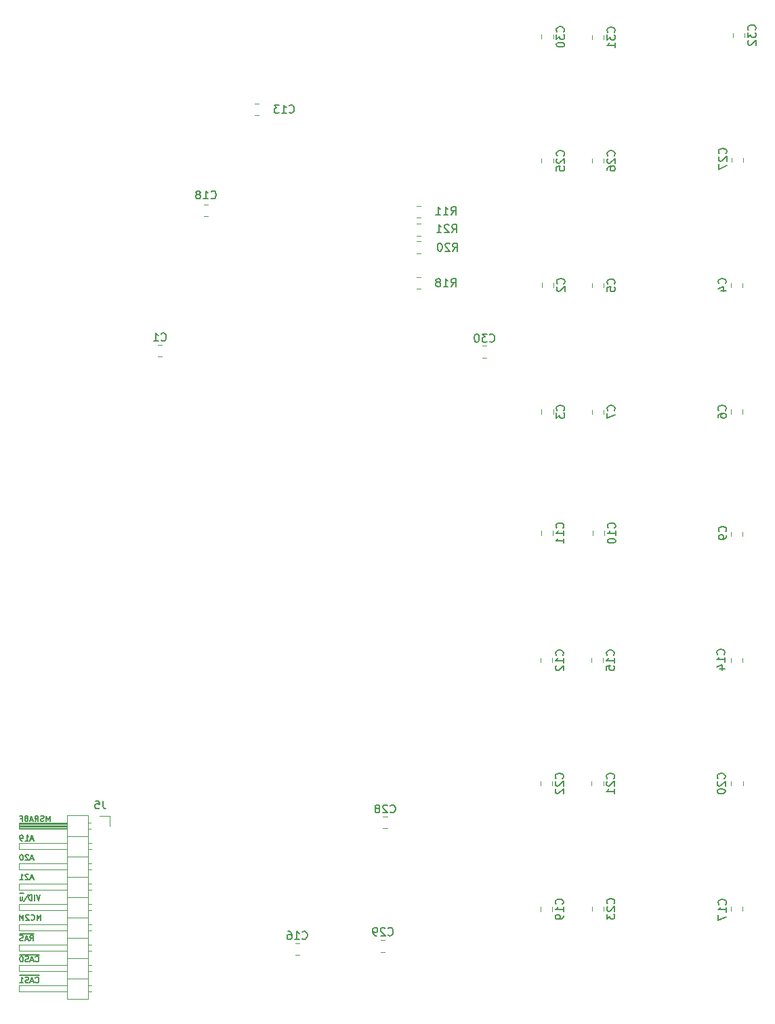
<source format=gbr>
%TF.GenerationSoftware,KiCad,Pcbnew,8.0.5*%
%TF.CreationDate,2024-11-12T15:17:28-04:00*%
%TF.ProjectId,RAMEXB_V2_Github,52414d45-5842-45f5-9632-5f4769746875,rev?*%
%TF.SameCoordinates,Original*%
%TF.FileFunction,Legend,Bot*%
%TF.FilePolarity,Positive*%
%FSLAX46Y46*%
G04 Gerber Fmt 4.6, Leading zero omitted, Abs format (unit mm)*
G04 Created by KiCad (PCBNEW 8.0.5) date 2024-11-12 15:17:28*
%MOMM*%
%LPD*%
G01*
G04 APERTURE LIST*
%ADD10C,0.150000*%
%ADD11C,0.120000*%
G04 APERTURE END LIST*
D10*
X155321316Y-135954867D02*
X155554649Y-135621534D01*
X155721316Y-135954867D02*
X155721316Y-135254867D01*
X155721316Y-135254867D02*
X155454649Y-135254867D01*
X155454649Y-135254867D02*
X155387983Y-135288200D01*
X155387983Y-135288200D02*
X155354649Y-135321534D01*
X155354649Y-135321534D02*
X155321316Y-135388200D01*
X155321316Y-135388200D02*
X155321316Y-135488200D01*
X155321316Y-135488200D02*
X155354649Y-135554867D01*
X155354649Y-135554867D02*
X155387983Y-135588200D01*
X155387983Y-135588200D02*
X155454649Y-135621534D01*
X155454649Y-135621534D02*
X155721316Y-135621534D01*
X155054649Y-135754867D02*
X154721316Y-135754867D01*
X155121316Y-135954867D02*
X154887983Y-135254867D01*
X154887983Y-135254867D02*
X154654649Y-135954867D01*
X154454649Y-135921534D02*
X154354649Y-135954867D01*
X154354649Y-135954867D02*
X154187983Y-135954867D01*
X154187983Y-135954867D02*
X154121316Y-135921534D01*
X154121316Y-135921534D02*
X154087983Y-135888200D01*
X154087983Y-135888200D02*
X154054649Y-135821534D01*
X154054649Y-135821534D02*
X154054649Y-135754867D01*
X154054649Y-135754867D02*
X154087983Y-135688200D01*
X154087983Y-135688200D02*
X154121316Y-135654867D01*
X154121316Y-135654867D02*
X154187983Y-135621534D01*
X154187983Y-135621534D02*
X154321316Y-135588200D01*
X154321316Y-135588200D02*
X154387983Y-135554867D01*
X154387983Y-135554867D02*
X154421316Y-135521534D01*
X154421316Y-135521534D02*
X154454649Y-135454867D01*
X154454649Y-135454867D02*
X154454649Y-135388200D01*
X154454649Y-135388200D02*
X154421316Y-135321534D01*
X154421316Y-135321534D02*
X154387983Y-135288200D01*
X154387983Y-135288200D02*
X154321316Y-135254867D01*
X154321316Y-135254867D02*
X154154649Y-135254867D01*
X154154649Y-135254867D02*
X154054649Y-135288200D01*
X155817983Y-135060534D02*
X153991316Y-135060534D01*
X155987983Y-138504033D02*
X156021316Y-138537367D01*
X156021316Y-138537367D02*
X156121316Y-138570700D01*
X156121316Y-138570700D02*
X156187983Y-138570700D01*
X156187983Y-138570700D02*
X156287983Y-138537367D01*
X156287983Y-138537367D02*
X156354650Y-138470700D01*
X156354650Y-138470700D02*
X156387983Y-138404033D01*
X156387983Y-138404033D02*
X156421316Y-138270700D01*
X156421316Y-138270700D02*
X156421316Y-138170700D01*
X156421316Y-138170700D02*
X156387983Y-138037367D01*
X156387983Y-138037367D02*
X156354650Y-137970700D01*
X156354650Y-137970700D02*
X156287983Y-137904033D01*
X156287983Y-137904033D02*
X156187983Y-137870700D01*
X156187983Y-137870700D02*
X156121316Y-137870700D01*
X156121316Y-137870700D02*
X156021316Y-137904033D01*
X156021316Y-137904033D02*
X155987983Y-137937367D01*
X155721316Y-138370700D02*
X155387983Y-138370700D01*
X155787983Y-138570700D02*
X155554650Y-137870700D01*
X155554650Y-137870700D02*
X155321316Y-138570700D01*
X155121316Y-138537367D02*
X155021316Y-138570700D01*
X155021316Y-138570700D02*
X154854650Y-138570700D01*
X154854650Y-138570700D02*
X154787983Y-138537367D01*
X154787983Y-138537367D02*
X154754650Y-138504033D01*
X154754650Y-138504033D02*
X154721316Y-138437367D01*
X154721316Y-138437367D02*
X154721316Y-138370700D01*
X154721316Y-138370700D02*
X154754650Y-138304033D01*
X154754650Y-138304033D02*
X154787983Y-138270700D01*
X154787983Y-138270700D02*
X154854650Y-138237367D01*
X154854650Y-138237367D02*
X154987983Y-138204033D01*
X154987983Y-138204033D02*
X155054650Y-138170700D01*
X155054650Y-138170700D02*
X155087983Y-138137367D01*
X155087983Y-138137367D02*
X155121316Y-138070700D01*
X155121316Y-138070700D02*
X155121316Y-138004033D01*
X155121316Y-138004033D02*
X155087983Y-137937367D01*
X155087983Y-137937367D02*
X155054650Y-137904033D01*
X155054650Y-137904033D02*
X154987983Y-137870700D01*
X154987983Y-137870700D02*
X154821316Y-137870700D01*
X154821316Y-137870700D02*
X154721316Y-137904033D01*
X154287983Y-137870700D02*
X154221316Y-137870700D01*
X154221316Y-137870700D02*
X154154649Y-137904033D01*
X154154649Y-137904033D02*
X154121316Y-137937367D01*
X154121316Y-137937367D02*
X154087983Y-138004033D01*
X154087983Y-138004033D02*
X154054649Y-138137367D01*
X154054649Y-138137367D02*
X154054649Y-138304033D01*
X154054649Y-138304033D02*
X154087983Y-138437367D01*
X154087983Y-138437367D02*
X154121316Y-138504033D01*
X154121316Y-138504033D02*
X154154649Y-138537367D01*
X154154649Y-138537367D02*
X154221316Y-138570700D01*
X154221316Y-138570700D02*
X154287983Y-138570700D01*
X154287983Y-138570700D02*
X154354649Y-138537367D01*
X154354649Y-138537367D02*
X154387983Y-138504033D01*
X154387983Y-138504033D02*
X154421316Y-138437367D01*
X154421316Y-138437367D02*
X154454649Y-138304033D01*
X154454649Y-138304033D02*
X154454649Y-138137367D01*
X154454649Y-138137367D02*
X154421316Y-138004033D01*
X154421316Y-138004033D02*
X154387983Y-137937367D01*
X154387983Y-137937367D02*
X154354649Y-137904033D01*
X154354649Y-137904033D02*
X154287983Y-137870700D01*
X156484650Y-137676367D02*
X153991316Y-137676367D01*
X155987983Y-141119866D02*
X156021316Y-141153200D01*
X156021316Y-141153200D02*
X156121316Y-141186533D01*
X156121316Y-141186533D02*
X156187983Y-141186533D01*
X156187983Y-141186533D02*
X156287983Y-141153200D01*
X156287983Y-141153200D02*
X156354650Y-141086533D01*
X156354650Y-141086533D02*
X156387983Y-141019866D01*
X156387983Y-141019866D02*
X156421316Y-140886533D01*
X156421316Y-140886533D02*
X156421316Y-140786533D01*
X156421316Y-140786533D02*
X156387983Y-140653200D01*
X156387983Y-140653200D02*
X156354650Y-140586533D01*
X156354650Y-140586533D02*
X156287983Y-140519866D01*
X156287983Y-140519866D02*
X156187983Y-140486533D01*
X156187983Y-140486533D02*
X156121316Y-140486533D01*
X156121316Y-140486533D02*
X156021316Y-140519866D01*
X156021316Y-140519866D02*
X155987983Y-140553200D01*
X155721316Y-140986533D02*
X155387983Y-140986533D01*
X155787983Y-141186533D02*
X155554650Y-140486533D01*
X155554650Y-140486533D02*
X155321316Y-141186533D01*
X155121316Y-141153200D02*
X155021316Y-141186533D01*
X155021316Y-141186533D02*
X154854650Y-141186533D01*
X154854650Y-141186533D02*
X154787983Y-141153200D01*
X154787983Y-141153200D02*
X154754650Y-141119866D01*
X154754650Y-141119866D02*
X154721316Y-141053200D01*
X154721316Y-141053200D02*
X154721316Y-140986533D01*
X154721316Y-140986533D02*
X154754650Y-140919866D01*
X154754650Y-140919866D02*
X154787983Y-140886533D01*
X154787983Y-140886533D02*
X154854650Y-140853200D01*
X154854650Y-140853200D02*
X154987983Y-140819866D01*
X154987983Y-140819866D02*
X155054650Y-140786533D01*
X155054650Y-140786533D02*
X155087983Y-140753200D01*
X155087983Y-140753200D02*
X155121316Y-140686533D01*
X155121316Y-140686533D02*
X155121316Y-140619866D01*
X155121316Y-140619866D02*
X155087983Y-140553200D01*
X155087983Y-140553200D02*
X155054650Y-140519866D01*
X155054650Y-140519866D02*
X154987983Y-140486533D01*
X154987983Y-140486533D02*
X154821316Y-140486533D01*
X154821316Y-140486533D02*
X154721316Y-140519866D01*
X154054649Y-141186533D02*
X154454649Y-141186533D01*
X154254649Y-141186533D02*
X154254649Y-140486533D01*
X154254649Y-140486533D02*
X154321316Y-140586533D01*
X154321316Y-140586533D02*
X154387983Y-140653200D01*
X154387983Y-140653200D02*
X154454649Y-140686533D01*
X156484650Y-140292200D02*
X153991316Y-140292200D01*
X155721316Y-123250700D02*
X155387983Y-123250700D01*
X155787983Y-123450700D02*
X155554650Y-122750700D01*
X155554650Y-122750700D02*
X155321316Y-123450700D01*
X154721316Y-123450700D02*
X155121316Y-123450700D01*
X154921316Y-123450700D02*
X154921316Y-122750700D01*
X154921316Y-122750700D02*
X154987983Y-122850700D01*
X154987983Y-122850700D02*
X155054650Y-122917367D01*
X155054650Y-122917367D02*
X155121316Y-122950700D01*
X154387983Y-123450700D02*
X154254649Y-123450700D01*
X154254649Y-123450700D02*
X154187983Y-123417367D01*
X154187983Y-123417367D02*
X154154649Y-123384033D01*
X154154649Y-123384033D02*
X154087983Y-123284033D01*
X154087983Y-123284033D02*
X154054649Y-123150700D01*
X154054649Y-123150700D02*
X154054649Y-122884033D01*
X154054649Y-122884033D02*
X154087983Y-122817367D01*
X154087983Y-122817367D02*
X154121316Y-122784033D01*
X154121316Y-122784033D02*
X154187983Y-122750700D01*
X154187983Y-122750700D02*
X154321316Y-122750700D01*
X154321316Y-122750700D02*
X154387983Y-122784033D01*
X154387983Y-122784033D02*
X154421316Y-122817367D01*
X154421316Y-122817367D02*
X154454649Y-122884033D01*
X154454649Y-122884033D02*
X154454649Y-123050700D01*
X154454649Y-123050700D02*
X154421316Y-123117367D01*
X154421316Y-123117367D02*
X154387983Y-123150700D01*
X154387983Y-123150700D02*
X154321316Y-123184033D01*
X154321316Y-123184033D02*
X154187983Y-123184033D01*
X154187983Y-123184033D02*
X154121316Y-123150700D01*
X154121316Y-123150700D02*
X154087983Y-123117367D01*
X154087983Y-123117367D02*
X154054649Y-123050700D01*
X155721316Y-125674867D02*
X155387983Y-125674867D01*
X155787983Y-125874867D02*
X155554650Y-125174867D01*
X155554650Y-125174867D02*
X155321316Y-125874867D01*
X155121316Y-125241534D02*
X155087983Y-125208200D01*
X155087983Y-125208200D02*
X155021316Y-125174867D01*
X155021316Y-125174867D02*
X154854650Y-125174867D01*
X154854650Y-125174867D02*
X154787983Y-125208200D01*
X154787983Y-125208200D02*
X154754650Y-125241534D01*
X154754650Y-125241534D02*
X154721316Y-125308200D01*
X154721316Y-125308200D02*
X154721316Y-125374867D01*
X154721316Y-125374867D02*
X154754650Y-125474867D01*
X154754650Y-125474867D02*
X155154650Y-125874867D01*
X155154650Y-125874867D02*
X154721316Y-125874867D01*
X154287983Y-125174867D02*
X154221316Y-125174867D01*
X154221316Y-125174867D02*
X154154649Y-125208200D01*
X154154649Y-125208200D02*
X154121316Y-125241534D01*
X154121316Y-125241534D02*
X154087983Y-125308200D01*
X154087983Y-125308200D02*
X154054649Y-125441534D01*
X154054649Y-125441534D02*
X154054649Y-125608200D01*
X154054649Y-125608200D02*
X154087983Y-125741534D01*
X154087983Y-125741534D02*
X154121316Y-125808200D01*
X154121316Y-125808200D02*
X154154649Y-125841534D01*
X154154649Y-125841534D02*
X154221316Y-125874867D01*
X154221316Y-125874867D02*
X154287983Y-125874867D01*
X154287983Y-125874867D02*
X154354649Y-125841534D01*
X154354649Y-125841534D02*
X154387983Y-125808200D01*
X154387983Y-125808200D02*
X154421316Y-125741534D01*
X154421316Y-125741534D02*
X154454649Y-125608200D01*
X154454649Y-125608200D02*
X154454649Y-125441534D01*
X154454649Y-125441534D02*
X154421316Y-125308200D01*
X154421316Y-125308200D02*
X154387983Y-125241534D01*
X154387983Y-125241534D02*
X154354649Y-125208200D01*
X154354649Y-125208200D02*
X154287983Y-125174867D01*
X156587982Y-130214867D02*
X156354649Y-130914867D01*
X156354649Y-130914867D02*
X156121315Y-130214867D01*
X155887982Y-130914867D02*
X155887982Y-130214867D01*
X155554649Y-130914867D02*
X155554649Y-130214867D01*
X155554649Y-130214867D02*
X155387982Y-130214867D01*
X155387982Y-130214867D02*
X155287982Y-130248200D01*
X155287982Y-130248200D02*
X155221316Y-130314867D01*
X155221316Y-130314867D02*
X155187982Y-130381534D01*
X155187982Y-130381534D02*
X155154649Y-130514867D01*
X155154649Y-130514867D02*
X155154649Y-130614867D01*
X155154649Y-130614867D02*
X155187982Y-130748200D01*
X155187982Y-130748200D02*
X155221316Y-130814867D01*
X155221316Y-130814867D02*
X155287982Y-130881534D01*
X155287982Y-130881534D02*
X155387982Y-130914867D01*
X155387982Y-130914867D02*
X155554649Y-130914867D01*
X155087982Y-130148200D02*
X154487982Y-131048200D01*
X154087982Y-130448200D02*
X154087982Y-130914867D01*
X154387982Y-130448200D02*
X154387982Y-130814867D01*
X154387982Y-130814867D02*
X154354649Y-130881534D01*
X154354649Y-130881534D02*
X154287982Y-130914867D01*
X154287982Y-130914867D02*
X154187982Y-130914867D01*
X154187982Y-130914867D02*
X154121315Y-130881534D01*
X154121315Y-130881534D02*
X154087982Y-130848200D01*
X154484649Y-130020534D02*
X153991316Y-130020534D01*
X157787983Y-121026533D02*
X157787983Y-120326533D01*
X157787983Y-120326533D02*
X157554650Y-120826533D01*
X157554650Y-120826533D02*
X157321316Y-120326533D01*
X157321316Y-120326533D02*
X157321316Y-121026533D01*
X157021316Y-120993200D02*
X156921316Y-121026533D01*
X156921316Y-121026533D02*
X156754650Y-121026533D01*
X156754650Y-121026533D02*
X156687983Y-120993200D01*
X156687983Y-120993200D02*
X156654650Y-120959866D01*
X156654650Y-120959866D02*
X156621316Y-120893200D01*
X156621316Y-120893200D02*
X156621316Y-120826533D01*
X156621316Y-120826533D02*
X156654650Y-120759866D01*
X156654650Y-120759866D02*
X156687983Y-120726533D01*
X156687983Y-120726533D02*
X156754650Y-120693200D01*
X156754650Y-120693200D02*
X156887983Y-120659866D01*
X156887983Y-120659866D02*
X156954650Y-120626533D01*
X156954650Y-120626533D02*
X156987983Y-120593200D01*
X156987983Y-120593200D02*
X157021316Y-120526533D01*
X157021316Y-120526533D02*
X157021316Y-120459866D01*
X157021316Y-120459866D02*
X156987983Y-120393200D01*
X156987983Y-120393200D02*
X156954650Y-120359866D01*
X156954650Y-120359866D02*
X156887983Y-120326533D01*
X156887983Y-120326533D02*
X156721316Y-120326533D01*
X156721316Y-120326533D02*
X156621316Y-120359866D01*
X155921316Y-121026533D02*
X156154649Y-120693200D01*
X156321316Y-121026533D02*
X156321316Y-120326533D01*
X156321316Y-120326533D02*
X156054649Y-120326533D01*
X156054649Y-120326533D02*
X155987983Y-120359866D01*
X155987983Y-120359866D02*
X155954649Y-120393200D01*
X155954649Y-120393200D02*
X155921316Y-120459866D01*
X155921316Y-120459866D02*
X155921316Y-120559866D01*
X155921316Y-120559866D02*
X155954649Y-120626533D01*
X155954649Y-120626533D02*
X155987983Y-120659866D01*
X155987983Y-120659866D02*
X156054649Y-120693200D01*
X156054649Y-120693200D02*
X156321316Y-120693200D01*
X155654649Y-120826533D02*
X155321316Y-120826533D01*
X155721316Y-121026533D02*
X155487983Y-120326533D01*
X155487983Y-120326533D02*
X155254649Y-121026533D01*
X154921316Y-120626533D02*
X154987983Y-120593200D01*
X154987983Y-120593200D02*
X155021316Y-120559866D01*
X155021316Y-120559866D02*
X155054649Y-120493200D01*
X155054649Y-120493200D02*
X155054649Y-120459866D01*
X155054649Y-120459866D02*
X155021316Y-120393200D01*
X155021316Y-120393200D02*
X154987983Y-120359866D01*
X154987983Y-120359866D02*
X154921316Y-120326533D01*
X154921316Y-120326533D02*
X154787983Y-120326533D01*
X154787983Y-120326533D02*
X154721316Y-120359866D01*
X154721316Y-120359866D02*
X154687983Y-120393200D01*
X154687983Y-120393200D02*
X154654649Y-120459866D01*
X154654649Y-120459866D02*
X154654649Y-120493200D01*
X154654649Y-120493200D02*
X154687983Y-120559866D01*
X154687983Y-120559866D02*
X154721316Y-120593200D01*
X154721316Y-120593200D02*
X154787983Y-120626533D01*
X154787983Y-120626533D02*
X154921316Y-120626533D01*
X154921316Y-120626533D02*
X154987983Y-120659866D01*
X154987983Y-120659866D02*
X155021316Y-120693200D01*
X155021316Y-120693200D02*
X155054649Y-120759866D01*
X155054649Y-120759866D02*
X155054649Y-120893200D01*
X155054649Y-120893200D02*
X155021316Y-120959866D01*
X155021316Y-120959866D02*
X154987983Y-120993200D01*
X154987983Y-120993200D02*
X154921316Y-121026533D01*
X154921316Y-121026533D02*
X154787983Y-121026533D01*
X154787983Y-121026533D02*
X154721316Y-120993200D01*
X154721316Y-120993200D02*
X154687983Y-120959866D01*
X154687983Y-120959866D02*
X154654649Y-120893200D01*
X154654649Y-120893200D02*
X154654649Y-120759866D01*
X154654649Y-120759866D02*
X154687983Y-120693200D01*
X154687983Y-120693200D02*
X154721316Y-120659866D01*
X154721316Y-120659866D02*
X154787983Y-120626533D01*
X154121316Y-120659866D02*
X154354649Y-120659866D01*
X154354649Y-121026533D02*
X154354649Y-120326533D01*
X154354649Y-120326533D02*
X154021316Y-120326533D01*
X155721316Y-128099034D02*
X155387983Y-128099034D01*
X155787983Y-128299034D02*
X155554650Y-127599034D01*
X155554650Y-127599034D02*
X155321316Y-128299034D01*
X155121316Y-127665701D02*
X155087983Y-127632367D01*
X155087983Y-127632367D02*
X155021316Y-127599034D01*
X155021316Y-127599034D02*
X154854650Y-127599034D01*
X154854650Y-127599034D02*
X154787983Y-127632367D01*
X154787983Y-127632367D02*
X154754650Y-127665701D01*
X154754650Y-127665701D02*
X154721316Y-127732367D01*
X154721316Y-127732367D02*
X154721316Y-127799034D01*
X154721316Y-127799034D02*
X154754650Y-127899034D01*
X154754650Y-127899034D02*
X155154650Y-128299034D01*
X155154650Y-128299034D02*
X154721316Y-128299034D01*
X154054649Y-128299034D02*
X154454649Y-128299034D01*
X154254649Y-128299034D02*
X154254649Y-127599034D01*
X154254649Y-127599034D02*
X154321316Y-127699034D01*
X154321316Y-127699034D02*
X154387983Y-127765701D01*
X154387983Y-127765701D02*
X154454649Y-127799034D01*
X156641316Y-133379034D02*
X156641316Y-132679034D01*
X156641316Y-132679034D02*
X156407983Y-133179034D01*
X156407983Y-133179034D02*
X156174649Y-132679034D01*
X156174649Y-132679034D02*
X156174649Y-133379034D01*
X155441316Y-133312367D02*
X155474649Y-133345701D01*
X155474649Y-133345701D02*
X155574649Y-133379034D01*
X155574649Y-133379034D02*
X155641316Y-133379034D01*
X155641316Y-133379034D02*
X155741316Y-133345701D01*
X155741316Y-133345701D02*
X155807983Y-133279034D01*
X155807983Y-133279034D02*
X155841316Y-133212367D01*
X155841316Y-133212367D02*
X155874649Y-133079034D01*
X155874649Y-133079034D02*
X155874649Y-132979034D01*
X155874649Y-132979034D02*
X155841316Y-132845701D01*
X155841316Y-132845701D02*
X155807983Y-132779034D01*
X155807983Y-132779034D02*
X155741316Y-132712367D01*
X155741316Y-132712367D02*
X155641316Y-132679034D01*
X155641316Y-132679034D02*
X155574649Y-132679034D01*
X155574649Y-132679034D02*
X155474649Y-132712367D01*
X155474649Y-132712367D02*
X155441316Y-132745701D01*
X155174649Y-132745701D02*
X155141316Y-132712367D01*
X155141316Y-132712367D02*
X155074649Y-132679034D01*
X155074649Y-132679034D02*
X154907983Y-132679034D01*
X154907983Y-132679034D02*
X154841316Y-132712367D01*
X154841316Y-132712367D02*
X154807983Y-132745701D01*
X154807983Y-132745701D02*
X154774649Y-132812367D01*
X154774649Y-132812367D02*
X154774649Y-132879034D01*
X154774649Y-132879034D02*
X154807983Y-132979034D01*
X154807983Y-132979034D02*
X155207983Y-133379034D01*
X155207983Y-133379034D02*
X154774649Y-133379034D01*
X154474649Y-133379034D02*
X154474649Y-132679034D01*
X154474649Y-132679034D02*
X154241316Y-133179034D01*
X154241316Y-133179034D02*
X154007982Y-132679034D01*
X154007982Y-132679034D02*
X154007982Y-133379034D01*
X221864580Y-115663552D02*
X221912200Y-115615933D01*
X221912200Y-115615933D02*
X221959819Y-115473076D01*
X221959819Y-115473076D02*
X221959819Y-115377838D01*
X221959819Y-115377838D02*
X221912200Y-115234981D01*
X221912200Y-115234981D02*
X221816961Y-115139743D01*
X221816961Y-115139743D02*
X221721723Y-115092124D01*
X221721723Y-115092124D02*
X221531247Y-115044505D01*
X221531247Y-115044505D02*
X221388390Y-115044505D01*
X221388390Y-115044505D02*
X221197914Y-115092124D01*
X221197914Y-115092124D02*
X221102676Y-115139743D01*
X221102676Y-115139743D02*
X221007438Y-115234981D01*
X221007438Y-115234981D02*
X220959819Y-115377838D01*
X220959819Y-115377838D02*
X220959819Y-115473076D01*
X220959819Y-115473076D02*
X221007438Y-115615933D01*
X221007438Y-115615933D02*
X221055057Y-115663552D01*
X221055057Y-116044505D02*
X221007438Y-116092124D01*
X221007438Y-116092124D02*
X220959819Y-116187362D01*
X220959819Y-116187362D02*
X220959819Y-116425457D01*
X220959819Y-116425457D02*
X221007438Y-116520695D01*
X221007438Y-116520695D02*
X221055057Y-116568314D01*
X221055057Y-116568314D02*
X221150295Y-116615933D01*
X221150295Y-116615933D02*
X221245533Y-116615933D01*
X221245533Y-116615933D02*
X221388390Y-116568314D01*
X221388390Y-116568314D02*
X221959819Y-115996886D01*
X221959819Y-115996886D02*
X221959819Y-116615933D01*
X221055057Y-116996886D02*
X221007438Y-117044505D01*
X221007438Y-117044505D02*
X220959819Y-117139743D01*
X220959819Y-117139743D02*
X220959819Y-117377838D01*
X220959819Y-117377838D02*
X221007438Y-117473076D01*
X221007438Y-117473076D02*
X221055057Y-117520695D01*
X221055057Y-117520695D02*
X221150295Y-117568314D01*
X221150295Y-117568314D02*
X221245533Y-117568314D01*
X221245533Y-117568314D02*
X221388390Y-117520695D01*
X221388390Y-117520695D02*
X221959819Y-116949267D01*
X221959819Y-116949267D02*
X221959819Y-117568314D01*
X242199580Y-69686984D02*
X242247200Y-69639365D01*
X242247200Y-69639365D02*
X242294819Y-69496508D01*
X242294819Y-69496508D02*
X242294819Y-69401270D01*
X242294819Y-69401270D02*
X242247200Y-69258413D01*
X242247200Y-69258413D02*
X242151961Y-69163175D01*
X242151961Y-69163175D02*
X242056723Y-69115556D01*
X242056723Y-69115556D02*
X241866247Y-69067937D01*
X241866247Y-69067937D02*
X241723390Y-69067937D01*
X241723390Y-69067937D02*
X241532914Y-69115556D01*
X241532914Y-69115556D02*
X241437676Y-69163175D01*
X241437676Y-69163175D02*
X241342438Y-69258413D01*
X241342438Y-69258413D02*
X241294819Y-69401270D01*
X241294819Y-69401270D02*
X241294819Y-69496508D01*
X241294819Y-69496508D02*
X241342438Y-69639365D01*
X241342438Y-69639365D02*
X241390057Y-69686984D01*
X241294819Y-70544127D02*
X241294819Y-70353651D01*
X241294819Y-70353651D02*
X241342438Y-70258413D01*
X241342438Y-70258413D02*
X241390057Y-70210794D01*
X241390057Y-70210794D02*
X241532914Y-70115556D01*
X241532914Y-70115556D02*
X241723390Y-70067937D01*
X241723390Y-70067937D02*
X242104342Y-70067937D01*
X242104342Y-70067937D02*
X242199580Y-70115556D01*
X242199580Y-70115556D02*
X242247200Y-70163175D01*
X242247200Y-70163175D02*
X242294819Y-70258413D01*
X242294819Y-70258413D02*
X242294819Y-70448889D01*
X242294819Y-70448889D02*
X242247200Y-70544127D01*
X242247200Y-70544127D02*
X242199580Y-70591746D01*
X242199580Y-70591746D02*
X242104342Y-70639365D01*
X242104342Y-70639365D02*
X241866247Y-70639365D01*
X241866247Y-70639365D02*
X241771009Y-70591746D01*
X241771009Y-70591746D02*
X241723390Y-70544127D01*
X241723390Y-70544127D02*
X241675771Y-70448889D01*
X241675771Y-70448889D02*
X241675771Y-70258413D01*
X241675771Y-70258413D02*
X241723390Y-70163175D01*
X241723390Y-70163175D02*
X241771009Y-70115556D01*
X241771009Y-70115556D02*
X241866247Y-70067937D01*
X228339580Y-37857142D02*
X228387200Y-37809523D01*
X228387200Y-37809523D02*
X228434819Y-37666666D01*
X228434819Y-37666666D02*
X228434819Y-37571428D01*
X228434819Y-37571428D02*
X228387200Y-37428571D01*
X228387200Y-37428571D02*
X228291961Y-37333333D01*
X228291961Y-37333333D02*
X228196723Y-37285714D01*
X228196723Y-37285714D02*
X228006247Y-37238095D01*
X228006247Y-37238095D02*
X227863390Y-37238095D01*
X227863390Y-37238095D02*
X227672914Y-37285714D01*
X227672914Y-37285714D02*
X227577676Y-37333333D01*
X227577676Y-37333333D02*
X227482438Y-37428571D01*
X227482438Y-37428571D02*
X227434819Y-37571428D01*
X227434819Y-37571428D02*
X227434819Y-37666666D01*
X227434819Y-37666666D02*
X227482438Y-37809523D01*
X227482438Y-37809523D02*
X227530057Y-37857142D01*
X227530057Y-38238095D02*
X227482438Y-38285714D01*
X227482438Y-38285714D02*
X227434819Y-38380952D01*
X227434819Y-38380952D02*
X227434819Y-38619047D01*
X227434819Y-38619047D02*
X227482438Y-38714285D01*
X227482438Y-38714285D02*
X227530057Y-38761904D01*
X227530057Y-38761904D02*
X227625295Y-38809523D01*
X227625295Y-38809523D02*
X227720533Y-38809523D01*
X227720533Y-38809523D02*
X227863390Y-38761904D01*
X227863390Y-38761904D02*
X228434819Y-38190476D01*
X228434819Y-38190476D02*
X228434819Y-38809523D01*
X227434819Y-39666666D02*
X227434819Y-39476190D01*
X227434819Y-39476190D02*
X227482438Y-39380952D01*
X227482438Y-39380952D02*
X227530057Y-39333333D01*
X227530057Y-39333333D02*
X227672914Y-39238095D01*
X227672914Y-39238095D02*
X227863390Y-39190476D01*
X227863390Y-39190476D02*
X228244342Y-39190476D01*
X228244342Y-39190476D02*
X228339580Y-39238095D01*
X228339580Y-39238095D02*
X228387200Y-39285714D01*
X228387200Y-39285714D02*
X228434819Y-39380952D01*
X228434819Y-39380952D02*
X228434819Y-39571428D01*
X228434819Y-39571428D02*
X228387200Y-39666666D01*
X228387200Y-39666666D02*
X228339580Y-39714285D01*
X228339580Y-39714285D02*
X228244342Y-39761904D01*
X228244342Y-39761904D02*
X228006247Y-39761904D01*
X228006247Y-39761904D02*
X227911009Y-39714285D01*
X227911009Y-39714285D02*
X227863390Y-39666666D01*
X227863390Y-39666666D02*
X227815771Y-39571428D01*
X227815771Y-39571428D02*
X227815771Y-39380952D01*
X227815771Y-39380952D02*
X227863390Y-39285714D01*
X227863390Y-39285714D02*
X227911009Y-39238095D01*
X227911009Y-39238095D02*
X228006247Y-39190476D01*
X242239580Y-131412142D02*
X242287200Y-131364523D01*
X242287200Y-131364523D02*
X242334819Y-131221666D01*
X242334819Y-131221666D02*
X242334819Y-131126428D01*
X242334819Y-131126428D02*
X242287200Y-130983571D01*
X242287200Y-130983571D02*
X242191961Y-130888333D01*
X242191961Y-130888333D02*
X242096723Y-130840714D01*
X242096723Y-130840714D02*
X241906247Y-130793095D01*
X241906247Y-130793095D02*
X241763390Y-130793095D01*
X241763390Y-130793095D02*
X241572914Y-130840714D01*
X241572914Y-130840714D02*
X241477676Y-130888333D01*
X241477676Y-130888333D02*
X241382438Y-130983571D01*
X241382438Y-130983571D02*
X241334819Y-131126428D01*
X241334819Y-131126428D02*
X241334819Y-131221666D01*
X241334819Y-131221666D02*
X241382438Y-131364523D01*
X241382438Y-131364523D02*
X241430057Y-131412142D01*
X242334819Y-132364523D02*
X242334819Y-131793095D01*
X242334819Y-132078809D02*
X241334819Y-132078809D01*
X241334819Y-132078809D02*
X241477676Y-131983571D01*
X241477676Y-131983571D02*
X241572914Y-131888333D01*
X241572914Y-131888333D02*
X241620533Y-131793095D01*
X241334819Y-132697857D02*
X241334819Y-133364523D01*
X241334819Y-133364523D02*
X242334819Y-132935952D01*
X228339580Y-69696984D02*
X228387200Y-69649365D01*
X228387200Y-69649365D02*
X228434819Y-69506508D01*
X228434819Y-69506508D02*
X228434819Y-69411270D01*
X228434819Y-69411270D02*
X228387200Y-69268413D01*
X228387200Y-69268413D02*
X228291961Y-69173175D01*
X228291961Y-69173175D02*
X228196723Y-69125556D01*
X228196723Y-69125556D02*
X228006247Y-69077937D01*
X228006247Y-69077937D02*
X227863390Y-69077937D01*
X227863390Y-69077937D02*
X227672914Y-69125556D01*
X227672914Y-69125556D02*
X227577676Y-69173175D01*
X227577676Y-69173175D02*
X227482438Y-69268413D01*
X227482438Y-69268413D02*
X227434819Y-69411270D01*
X227434819Y-69411270D02*
X227434819Y-69506508D01*
X227434819Y-69506508D02*
X227482438Y-69649365D01*
X227482438Y-69649365D02*
X227530057Y-69696984D01*
X227434819Y-70030318D02*
X227434819Y-70696984D01*
X227434819Y-70696984D02*
X228434819Y-70268413D01*
X208037857Y-47476819D02*
X208371190Y-47000628D01*
X208609285Y-47476819D02*
X208609285Y-46476819D01*
X208609285Y-46476819D02*
X208228333Y-46476819D01*
X208228333Y-46476819D02*
X208133095Y-46524438D01*
X208133095Y-46524438D02*
X208085476Y-46572057D01*
X208085476Y-46572057D02*
X208037857Y-46667295D01*
X208037857Y-46667295D02*
X208037857Y-46810152D01*
X208037857Y-46810152D02*
X208085476Y-46905390D01*
X208085476Y-46905390D02*
X208133095Y-46953009D01*
X208133095Y-46953009D02*
X208228333Y-47000628D01*
X208228333Y-47000628D02*
X208609285Y-47000628D01*
X207656904Y-46572057D02*
X207609285Y-46524438D01*
X207609285Y-46524438D02*
X207514047Y-46476819D01*
X207514047Y-46476819D02*
X207275952Y-46476819D01*
X207275952Y-46476819D02*
X207180714Y-46524438D01*
X207180714Y-46524438D02*
X207133095Y-46572057D01*
X207133095Y-46572057D02*
X207085476Y-46667295D01*
X207085476Y-46667295D02*
X207085476Y-46762533D01*
X207085476Y-46762533D02*
X207133095Y-46905390D01*
X207133095Y-46905390D02*
X207704523Y-47476819D01*
X207704523Y-47476819D02*
X207085476Y-47476819D01*
X206133095Y-47476819D02*
X206704523Y-47476819D01*
X206418809Y-47476819D02*
X206418809Y-46476819D01*
X206418809Y-46476819D02*
X206514047Y-46619676D01*
X206514047Y-46619676D02*
X206609285Y-46714914D01*
X206609285Y-46714914D02*
X206704523Y-46762533D01*
X228289580Y-131312136D02*
X228337200Y-131264517D01*
X228337200Y-131264517D02*
X228384819Y-131121660D01*
X228384819Y-131121660D02*
X228384819Y-131026422D01*
X228384819Y-131026422D02*
X228337200Y-130883565D01*
X228337200Y-130883565D02*
X228241961Y-130788327D01*
X228241961Y-130788327D02*
X228146723Y-130740708D01*
X228146723Y-130740708D02*
X227956247Y-130693089D01*
X227956247Y-130693089D02*
X227813390Y-130693089D01*
X227813390Y-130693089D02*
X227622914Y-130740708D01*
X227622914Y-130740708D02*
X227527676Y-130788327D01*
X227527676Y-130788327D02*
X227432438Y-130883565D01*
X227432438Y-130883565D02*
X227384819Y-131026422D01*
X227384819Y-131026422D02*
X227384819Y-131121660D01*
X227384819Y-131121660D02*
X227432438Y-131264517D01*
X227432438Y-131264517D02*
X227480057Y-131312136D01*
X227480057Y-131693089D02*
X227432438Y-131740708D01*
X227432438Y-131740708D02*
X227384819Y-131835946D01*
X227384819Y-131835946D02*
X227384819Y-132074041D01*
X227384819Y-132074041D02*
X227432438Y-132169279D01*
X227432438Y-132169279D02*
X227480057Y-132216898D01*
X227480057Y-132216898D02*
X227575295Y-132264517D01*
X227575295Y-132264517D02*
X227670533Y-132264517D01*
X227670533Y-132264517D02*
X227813390Y-132216898D01*
X227813390Y-132216898D02*
X228384819Y-131645470D01*
X228384819Y-131645470D02*
X228384819Y-132264517D01*
X227384819Y-132597851D02*
X227384819Y-133216898D01*
X227384819Y-133216898D02*
X227765771Y-132883565D01*
X227765771Y-132883565D02*
X227765771Y-133026422D01*
X227765771Y-133026422D02*
X227813390Y-133121660D01*
X227813390Y-133121660D02*
X227861009Y-133169279D01*
X227861009Y-133169279D02*
X227956247Y-133216898D01*
X227956247Y-133216898D02*
X228194342Y-133216898D01*
X228194342Y-133216898D02*
X228289580Y-133169279D01*
X228289580Y-133169279D02*
X228337200Y-133121660D01*
X228337200Y-133121660D02*
X228384819Y-133026422D01*
X228384819Y-133026422D02*
X228384819Y-132740708D01*
X228384819Y-132740708D02*
X228337200Y-132645470D01*
X228337200Y-132645470D02*
X228289580Y-132597851D01*
X221999580Y-22383390D02*
X222047200Y-22335771D01*
X222047200Y-22335771D02*
X222094819Y-22192914D01*
X222094819Y-22192914D02*
X222094819Y-22097676D01*
X222094819Y-22097676D02*
X222047200Y-21954819D01*
X222047200Y-21954819D02*
X221951961Y-21859581D01*
X221951961Y-21859581D02*
X221856723Y-21811962D01*
X221856723Y-21811962D02*
X221666247Y-21764343D01*
X221666247Y-21764343D02*
X221523390Y-21764343D01*
X221523390Y-21764343D02*
X221332914Y-21811962D01*
X221332914Y-21811962D02*
X221237676Y-21859581D01*
X221237676Y-21859581D02*
X221142438Y-21954819D01*
X221142438Y-21954819D02*
X221094819Y-22097676D01*
X221094819Y-22097676D02*
X221094819Y-22192914D01*
X221094819Y-22192914D02*
X221142438Y-22335771D01*
X221142438Y-22335771D02*
X221190057Y-22383390D01*
X221094819Y-22716724D02*
X221094819Y-23335771D01*
X221094819Y-23335771D02*
X221475771Y-23002438D01*
X221475771Y-23002438D02*
X221475771Y-23145295D01*
X221475771Y-23145295D02*
X221523390Y-23240533D01*
X221523390Y-23240533D02*
X221571009Y-23288152D01*
X221571009Y-23288152D02*
X221666247Y-23335771D01*
X221666247Y-23335771D02*
X221904342Y-23335771D01*
X221904342Y-23335771D02*
X221999580Y-23288152D01*
X221999580Y-23288152D02*
X222047200Y-23240533D01*
X222047200Y-23240533D02*
X222094819Y-23145295D01*
X222094819Y-23145295D02*
X222094819Y-22859581D01*
X222094819Y-22859581D02*
X222047200Y-22764343D01*
X222047200Y-22764343D02*
X221999580Y-22716724D01*
X221094819Y-23954819D02*
X221094819Y-24050057D01*
X221094819Y-24050057D02*
X221142438Y-24145295D01*
X221142438Y-24145295D02*
X221190057Y-24192914D01*
X221190057Y-24192914D02*
X221285295Y-24240533D01*
X221285295Y-24240533D02*
X221475771Y-24288152D01*
X221475771Y-24288152D02*
X221713866Y-24288152D01*
X221713866Y-24288152D02*
X221904342Y-24240533D01*
X221904342Y-24240533D02*
X221999580Y-24192914D01*
X221999580Y-24192914D02*
X222047200Y-24145295D01*
X222047200Y-24145295D02*
X222094819Y-24050057D01*
X222094819Y-24050057D02*
X222094819Y-23954819D01*
X222094819Y-23954819D02*
X222047200Y-23859581D01*
X222047200Y-23859581D02*
X221999580Y-23811962D01*
X221999580Y-23811962D02*
X221904342Y-23764343D01*
X221904342Y-23764343D02*
X221713866Y-23716724D01*
X221713866Y-23716724D02*
X221475771Y-23716724D01*
X221475771Y-23716724D02*
X221285295Y-23764343D01*
X221285295Y-23764343D02*
X221190057Y-23811962D01*
X221190057Y-23811962D02*
X221142438Y-23859581D01*
X221142438Y-23859581D02*
X221094819Y-23954819D01*
X242259580Y-84836718D02*
X242307200Y-84789099D01*
X242307200Y-84789099D02*
X242354819Y-84646242D01*
X242354819Y-84646242D02*
X242354819Y-84551004D01*
X242354819Y-84551004D02*
X242307200Y-84408147D01*
X242307200Y-84408147D02*
X242211961Y-84312909D01*
X242211961Y-84312909D02*
X242116723Y-84265290D01*
X242116723Y-84265290D02*
X241926247Y-84217671D01*
X241926247Y-84217671D02*
X241783390Y-84217671D01*
X241783390Y-84217671D02*
X241592914Y-84265290D01*
X241592914Y-84265290D02*
X241497676Y-84312909D01*
X241497676Y-84312909D02*
X241402438Y-84408147D01*
X241402438Y-84408147D02*
X241354819Y-84551004D01*
X241354819Y-84551004D02*
X241354819Y-84646242D01*
X241354819Y-84646242D02*
X241402438Y-84789099D01*
X241402438Y-84789099D02*
X241450057Y-84836718D01*
X242354819Y-85312909D02*
X242354819Y-85503385D01*
X242354819Y-85503385D02*
X242307200Y-85598623D01*
X242307200Y-85598623D02*
X242259580Y-85646242D01*
X242259580Y-85646242D02*
X242116723Y-85741480D01*
X242116723Y-85741480D02*
X241926247Y-85789099D01*
X241926247Y-85789099D02*
X241545295Y-85789099D01*
X241545295Y-85789099D02*
X241450057Y-85741480D01*
X241450057Y-85741480D02*
X241402438Y-85693861D01*
X241402438Y-85693861D02*
X241354819Y-85598623D01*
X241354819Y-85598623D02*
X241354819Y-85408147D01*
X241354819Y-85408147D02*
X241402438Y-85312909D01*
X241402438Y-85312909D02*
X241450057Y-85265290D01*
X241450057Y-85265290D02*
X241545295Y-85217671D01*
X241545295Y-85217671D02*
X241783390Y-85217671D01*
X241783390Y-85217671D02*
X241878628Y-85265290D01*
X241878628Y-85265290D02*
X241926247Y-85312909D01*
X241926247Y-85312909D02*
X241973866Y-85408147D01*
X241973866Y-85408147D02*
X241973866Y-85598623D01*
X241973866Y-85598623D02*
X241926247Y-85693861D01*
X241926247Y-85693861D02*
X241878628Y-85741480D01*
X241878628Y-85741480D02*
X241783390Y-85789099D01*
X221945480Y-84368727D02*
X221993100Y-84321108D01*
X221993100Y-84321108D02*
X222040719Y-84178251D01*
X222040719Y-84178251D02*
X222040719Y-84083013D01*
X222040719Y-84083013D02*
X221993100Y-83940156D01*
X221993100Y-83940156D02*
X221897861Y-83844918D01*
X221897861Y-83844918D02*
X221802623Y-83797299D01*
X221802623Y-83797299D02*
X221612147Y-83749680D01*
X221612147Y-83749680D02*
X221469290Y-83749680D01*
X221469290Y-83749680D02*
X221278814Y-83797299D01*
X221278814Y-83797299D02*
X221183576Y-83844918D01*
X221183576Y-83844918D02*
X221088338Y-83940156D01*
X221088338Y-83940156D02*
X221040719Y-84083013D01*
X221040719Y-84083013D02*
X221040719Y-84178251D01*
X221040719Y-84178251D02*
X221088338Y-84321108D01*
X221088338Y-84321108D02*
X221135957Y-84368727D01*
X222040719Y-85321108D02*
X222040719Y-84749680D01*
X222040719Y-85035394D02*
X221040719Y-85035394D01*
X221040719Y-85035394D02*
X221183576Y-84940156D01*
X221183576Y-84940156D02*
X221278814Y-84844918D01*
X221278814Y-84844918D02*
X221326433Y-84749680D01*
X222040719Y-86273489D02*
X222040719Y-85702061D01*
X222040719Y-85987775D02*
X221040719Y-85987775D01*
X221040719Y-85987775D02*
X221183576Y-85892537D01*
X221183576Y-85892537D02*
X221278814Y-85797299D01*
X221278814Y-85797299D02*
X221326433Y-85702061D01*
X221864580Y-131357136D02*
X221912200Y-131309517D01*
X221912200Y-131309517D02*
X221959819Y-131166660D01*
X221959819Y-131166660D02*
X221959819Y-131071422D01*
X221959819Y-131071422D02*
X221912200Y-130928565D01*
X221912200Y-130928565D02*
X221816961Y-130833327D01*
X221816961Y-130833327D02*
X221721723Y-130785708D01*
X221721723Y-130785708D02*
X221531247Y-130738089D01*
X221531247Y-130738089D02*
X221388390Y-130738089D01*
X221388390Y-130738089D02*
X221197914Y-130785708D01*
X221197914Y-130785708D02*
X221102676Y-130833327D01*
X221102676Y-130833327D02*
X221007438Y-130928565D01*
X221007438Y-130928565D02*
X220959819Y-131071422D01*
X220959819Y-131071422D02*
X220959819Y-131166660D01*
X220959819Y-131166660D02*
X221007438Y-131309517D01*
X221007438Y-131309517D02*
X221055057Y-131357136D01*
X221959819Y-132309517D02*
X221959819Y-131738089D01*
X221959819Y-132023803D02*
X220959819Y-132023803D01*
X220959819Y-132023803D02*
X221102676Y-131928565D01*
X221102676Y-131928565D02*
X221197914Y-131833327D01*
X221197914Y-131833327D02*
X221245533Y-131738089D01*
X221959819Y-132785708D02*
X221959819Y-132976184D01*
X221959819Y-132976184D02*
X221912200Y-133071422D01*
X221912200Y-133071422D02*
X221864580Y-133119041D01*
X221864580Y-133119041D02*
X221721723Y-133214279D01*
X221721723Y-133214279D02*
X221531247Y-133261898D01*
X221531247Y-133261898D02*
X221150295Y-133261898D01*
X221150295Y-133261898D02*
X221055057Y-133214279D01*
X221055057Y-133214279D02*
X221007438Y-133166660D01*
X221007438Y-133166660D02*
X220959819Y-133071422D01*
X220959819Y-133071422D02*
X220959819Y-132880946D01*
X220959819Y-132880946D02*
X221007438Y-132785708D01*
X221007438Y-132785708D02*
X221055057Y-132738089D01*
X221055057Y-132738089D02*
X221150295Y-132690470D01*
X221150295Y-132690470D02*
X221388390Y-132690470D01*
X221388390Y-132690470D02*
X221483628Y-132738089D01*
X221483628Y-132738089D02*
X221531247Y-132785708D01*
X221531247Y-132785708D02*
X221578866Y-132880946D01*
X221578866Y-132880946D02*
X221578866Y-133071422D01*
X221578866Y-133071422D02*
X221531247Y-133166660D01*
X221531247Y-133166660D02*
X221483628Y-133214279D01*
X221483628Y-133214279D02*
X221388390Y-133261898D01*
X245929580Y-22153390D02*
X245977200Y-22105771D01*
X245977200Y-22105771D02*
X246024819Y-21962914D01*
X246024819Y-21962914D02*
X246024819Y-21867676D01*
X246024819Y-21867676D02*
X245977200Y-21724819D01*
X245977200Y-21724819D02*
X245881961Y-21629581D01*
X245881961Y-21629581D02*
X245786723Y-21581962D01*
X245786723Y-21581962D02*
X245596247Y-21534343D01*
X245596247Y-21534343D02*
X245453390Y-21534343D01*
X245453390Y-21534343D02*
X245262914Y-21581962D01*
X245262914Y-21581962D02*
X245167676Y-21629581D01*
X245167676Y-21629581D02*
X245072438Y-21724819D01*
X245072438Y-21724819D02*
X245024819Y-21867676D01*
X245024819Y-21867676D02*
X245024819Y-21962914D01*
X245024819Y-21962914D02*
X245072438Y-22105771D01*
X245072438Y-22105771D02*
X245120057Y-22153390D01*
X245024819Y-22486724D02*
X245024819Y-23105771D01*
X245024819Y-23105771D02*
X245405771Y-22772438D01*
X245405771Y-22772438D02*
X245405771Y-22915295D01*
X245405771Y-22915295D02*
X245453390Y-23010533D01*
X245453390Y-23010533D02*
X245501009Y-23058152D01*
X245501009Y-23058152D02*
X245596247Y-23105771D01*
X245596247Y-23105771D02*
X245834342Y-23105771D01*
X245834342Y-23105771D02*
X245929580Y-23058152D01*
X245929580Y-23058152D02*
X245977200Y-23010533D01*
X245977200Y-23010533D02*
X246024819Y-22915295D01*
X246024819Y-22915295D02*
X246024819Y-22629581D01*
X246024819Y-22629581D02*
X245977200Y-22534343D01*
X245977200Y-22534343D02*
X245929580Y-22486724D01*
X245120057Y-23486724D02*
X245072438Y-23534343D01*
X245072438Y-23534343D02*
X245024819Y-23629581D01*
X245024819Y-23629581D02*
X245024819Y-23867676D01*
X245024819Y-23867676D02*
X245072438Y-23962914D01*
X245072438Y-23962914D02*
X245120057Y-24010533D01*
X245120057Y-24010533D02*
X245215295Y-24058152D01*
X245215295Y-24058152D02*
X245310533Y-24058152D01*
X245310533Y-24058152D02*
X245453390Y-24010533D01*
X245453390Y-24010533D02*
X246024819Y-23439105D01*
X246024819Y-23439105D02*
X246024819Y-24058152D01*
X207937857Y-54227819D02*
X208271190Y-53751628D01*
X208509285Y-54227819D02*
X208509285Y-53227819D01*
X208509285Y-53227819D02*
X208128333Y-53227819D01*
X208128333Y-53227819D02*
X208033095Y-53275438D01*
X208033095Y-53275438D02*
X207985476Y-53323057D01*
X207985476Y-53323057D02*
X207937857Y-53418295D01*
X207937857Y-53418295D02*
X207937857Y-53561152D01*
X207937857Y-53561152D02*
X207985476Y-53656390D01*
X207985476Y-53656390D02*
X208033095Y-53704009D01*
X208033095Y-53704009D02*
X208128333Y-53751628D01*
X208128333Y-53751628D02*
X208509285Y-53751628D01*
X206985476Y-54227819D02*
X207556904Y-54227819D01*
X207271190Y-54227819D02*
X207271190Y-53227819D01*
X207271190Y-53227819D02*
X207366428Y-53370676D01*
X207366428Y-53370676D02*
X207461666Y-53465914D01*
X207461666Y-53465914D02*
X207556904Y-53513533D01*
X206414047Y-53656390D02*
X206509285Y-53608771D01*
X206509285Y-53608771D02*
X206556904Y-53561152D01*
X206556904Y-53561152D02*
X206604523Y-53465914D01*
X206604523Y-53465914D02*
X206604523Y-53418295D01*
X206604523Y-53418295D02*
X206556904Y-53323057D01*
X206556904Y-53323057D02*
X206509285Y-53275438D01*
X206509285Y-53275438D02*
X206414047Y-53227819D01*
X206414047Y-53227819D02*
X206223571Y-53227819D01*
X206223571Y-53227819D02*
X206128333Y-53275438D01*
X206128333Y-53275438D02*
X206080714Y-53323057D01*
X206080714Y-53323057D02*
X206033095Y-53418295D01*
X206033095Y-53418295D02*
X206033095Y-53465914D01*
X206033095Y-53465914D02*
X206080714Y-53561152D01*
X206080714Y-53561152D02*
X206128333Y-53608771D01*
X206128333Y-53608771D02*
X206223571Y-53656390D01*
X206223571Y-53656390D02*
X206414047Y-53656390D01*
X206414047Y-53656390D02*
X206509285Y-53704009D01*
X206509285Y-53704009D02*
X206556904Y-53751628D01*
X206556904Y-53751628D02*
X206604523Y-53846866D01*
X206604523Y-53846866D02*
X206604523Y-54037342D01*
X206604523Y-54037342D02*
X206556904Y-54132580D01*
X206556904Y-54132580D02*
X206509285Y-54180200D01*
X206509285Y-54180200D02*
X206414047Y-54227819D01*
X206414047Y-54227819D02*
X206223571Y-54227819D01*
X206223571Y-54227819D02*
X206128333Y-54180200D01*
X206128333Y-54180200D02*
X206080714Y-54132580D01*
X206080714Y-54132580D02*
X206033095Y-54037342D01*
X206033095Y-54037342D02*
X206033095Y-53846866D01*
X206033095Y-53846866D02*
X206080714Y-53751628D01*
X206080714Y-53751628D02*
X206128333Y-53704009D01*
X206128333Y-53704009D02*
X206223571Y-53656390D01*
X228325580Y-53892504D02*
X228373200Y-53844885D01*
X228373200Y-53844885D02*
X228420819Y-53702028D01*
X228420819Y-53702028D02*
X228420819Y-53606790D01*
X228420819Y-53606790D02*
X228373200Y-53463933D01*
X228373200Y-53463933D02*
X228277961Y-53368695D01*
X228277961Y-53368695D02*
X228182723Y-53321076D01*
X228182723Y-53321076D02*
X227992247Y-53273457D01*
X227992247Y-53273457D02*
X227849390Y-53273457D01*
X227849390Y-53273457D02*
X227658914Y-53321076D01*
X227658914Y-53321076D02*
X227563676Y-53368695D01*
X227563676Y-53368695D02*
X227468438Y-53463933D01*
X227468438Y-53463933D02*
X227420819Y-53606790D01*
X227420819Y-53606790D02*
X227420819Y-53702028D01*
X227420819Y-53702028D02*
X227468438Y-53844885D01*
X227468438Y-53844885D02*
X227516057Y-53892504D01*
X227420819Y-54797266D02*
X227420819Y-54321076D01*
X227420819Y-54321076D02*
X227897009Y-54273457D01*
X227897009Y-54273457D02*
X227849390Y-54321076D01*
X227849390Y-54321076D02*
X227801771Y-54416314D01*
X227801771Y-54416314D02*
X227801771Y-54654409D01*
X227801771Y-54654409D02*
X227849390Y-54749647D01*
X227849390Y-54749647D02*
X227897009Y-54797266D01*
X227897009Y-54797266D02*
X227992247Y-54844885D01*
X227992247Y-54844885D02*
X228230342Y-54844885D01*
X228230342Y-54844885D02*
X228325580Y-54797266D01*
X228325580Y-54797266D02*
X228373200Y-54749647D01*
X228373200Y-54749647D02*
X228420819Y-54654409D01*
X228420819Y-54654409D02*
X228420819Y-54416314D01*
X228420819Y-54416314D02*
X228373200Y-54321076D01*
X228373200Y-54321076D02*
X228325580Y-54273457D01*
X228239580Y-100261946D02*
X228287200Y-100214327D01*
X228287200Y-100214327D02*
X228334819Y-100071470D01*
X228334819Y-100071470D02*
X228334819Y-99976232D01*
X228334819Y-99976232D02*
X228287200Y-99833375D01*
X228287200Y-99833375D02*
X228191961Y-99738137D01*
X228191961Y-99738137D02*
X228096723Y-99690518D01*
X228096723Y-99690518D02*
X227906247Y-99642899D01*
X227906247Y-99642899D02*
X227763390Y-99642899D01*
X227763390Y-99642899D02*
X227572914Y-99690518D01*
X227572914Y-99690518D02*
X227477676Y-99738137D01*
X227477676Y-99738137D02*
X227382438Y-99833375D01*
X227382438Y-99833375D02*
X227334819Y-99976232D01*
X227334819Y-99976232D02*
X227334819Y-100071470D01*
X227334819Y-100071470D02*
X227382438Y-100214327D01*
X227382438Y-100214327D02*
X227430057Y-100261946D01*
X228334819Y-101214327D02*
X228334819Y-100642899D01*
X228334819Y-100928613D02*
X227334819Y-100928613D01*
X227334819Y-100928613D02*
X227477676Y-100833375D01*
X227477676Y-100833375D02*
X227572914Y-100738137D01*
X227572914Y-100738137D02*
X227620533Y-100642899D01*
X227334819Y-102119089D02*
X227334819Y-101642899D01*
X227334819Y-101642899D02*
X227811009Y-101595280D01*
X227811009Y-101595280D02*
X227763390Y-101642899D01*
X227763390Y-101642899D02*
X227715771Y-101738137D01*
X227715771Y-101738137D02*
X227715771Y-101976232D01*
X227715771Y-101976232D02*
X227763390Y-102071470D01*
X227763390Y-102071470D02*
X227811009Y-102119089D01*
X227811009Y-102119089D02*
X227906247Y-102166708D01*
X227906247Y-102166708D02*
X228144342Y-102166708D01*
X228144342Y-102166708D02*
X228239580Y-102119089D01*
X228239580Y-102119089D02*
X228287200Y-102071470D01*
X228287200Y-102071470D02*
X228334819Y-101976232D01*
X228334819Y-101976232D02*
X228334819Y-101738137D01*
X228334819Y-101738137D02*
X228287200Y-101642899D01*
X228287200Y-101642899D02*
X228239580Y-101595280D01*
X212757857Y-61054580D02*
X212805476Y-61102200D01*
X212805476Y-61102200D02*
X212948333Y-61149819D01*
X212948333Y-61149819D02*
X213043571Y-61149819D01*
X213043571Y-61149819D02*
X213186428Y-61102200D01*
X213186428Y-61102200D02*
X213281666Y-61006961D01*
X213281666Y-61006961D02*
X213329285Y-60911723D01*
X213329285Y-60911723D02*
X213376904Y-60721247D01*
X213376904Y-60721247D02*
X213376904Y-60578390D01*
X213376904Y-60578390D02*
X213329285Y-60387914D01*
X213329285Y-60387914D02*
X213281666Y-60292676D01*
X213281666Y-60292676D02*
X213186428Y-60197438D01*
X213186428Y-60197438D02*
X213043571Y-60149819D01*
X213043571Y-60149819D02*
X212948333Y-60149819D01*
X212948333Y-60149819D02*
X212805476Y-60197438D01*
X212805476Y-60197438D02*
X212757857Y-60245057D01*
X212424523Y-60149819D02*
X211805476Y-60149819D01*
X211805476Y-60149819D02*
X212138809Y-60530771D01*
X212138809Y-60530771D02*
X211995952Y-60530771D01*
X211995952Y-60530771D02*
X211900714Y-60578390D01*
X211900714Y-60578390D02*
X211853095Y-60626009D01*
X211853095Y-60626009D02*
X211805476Y-60721247D01*
X211805476Y-60721247D02*
X211805476Y-60959342D01*
X211805476Y-60959342D02*
X211853095Y-61054580D01*
X211853095Y-61054580D02*
X211900714Y-61102200D01*
X211900714Y-61102200D02*
X211995952Y-61149819D01*
X211995952Y-61149819D02*
X212281666Y-61149819D01*
X212281666Y-61149819D02*
X212376904Y-61102200D01*
X212376904Y-61102200D02*
X212424523Y-61054580D01*
X211186428Y-60149819D02*
X211091190Y-60149819D01*
X211091190Y-60149819D02*
X210995952Y-60197438D01*
X210995952Y-60197438D02*
X210948333Y-60245057D01*
X210948333Y-60245057D02*
X210900714Y-60340295D01*
X210900714Y-60340295D02*
X210853095Y-60530771D01*
X210853095Y-60530771D02*
X210853095Y-60768866D01*
X210853095Y-60768866D02*
X210900714Y-60959342D01*
X210900714Y-60959342D02*
X210948333Y-61054580D01*
X210948333Y-61054580D02*
X210995952Y-61102200D01*
X210995952Y-61102200D02*
X211091190Y-61149819D01*
X211091190Y-61149819D02*
X211186428Y-61149819D01*
X211186428Y-61149819D02*
X211281666Y-61102200D01*
X211281666Y-61102200D02*
X211329285Y-61054580D01*
X211329285Y-61054580D02*
X211376904Y-60959342D01*
X211376904Y-60959342D02*
X211424523Y-60768866D01*
X211424523Y-60768866D02*
X211424523Y-60530771D01*
X211424523Y-60530771D02*
X211376904Y-60340295D01*
X211376904Y-60340295D02*
X211329285Y-60245057D01*
X211329285Y-60245057D02*
X211281666Y-60197438D01*
X211281666Y-60197438D02*
X211186428Y-60149819D01*
X222039580Y-53854004D02*
X222087200Y-53806385D01*
X222087200Y-53806385D02*
X222134819Y-53663528D01*
X222134819Y-53663528D02*
X222134819Y-53568290D01*
X222134819Y-53568290D02*
X222087200Y-53425433D01*
X222087200Y-53425433D02*
X221991961Y-53330195D01*
X221991961Y-53330195D02*
X221896723Y-53282576D01*
X221896723Y-53282576D02*
X221706247Y-53234957D01*
X221706247Y-53234957D02*
X221563390Y-53234957D01*
X221563390Y-53234957D02*
X221372914Y-53282576D01*
X221372914Y-53282576D02*
X221277676Y-53330195D01*
X221277676Y-53330195D02*
X221182438Y-53425433D01*
X221182438Y-53425433D02*
X221134819Y-53568290D01*
X221134819Y-53568290D02*
X221134819Y-53663528D01*
X221134819Y-53663528D02*
X221182438Y-53806385D01*
X221182438Y-53806385D02*
X221230057Y-53854004D01*
X221230057Y-54234957D02*
X221182438Y-54282576D01*
X221182438Y-54282576D02*
X221134819Y-54377814D01*
X221134819Y-54377814D02*
X221134819Y-54615909D01*
X221134819Y-54615909D02*
X221182438Y-54711147D01*
X221182438Y-54711147D02*
X221230057Y-54758766D01*
X221230057Y-54758766D02*
X221325295Y-54806385D01*
X221325295Y-54806385D02*
X221420533Y-54806385D01*
X221420533Y-54806385D02*
X221563390Y-54758766D01*
X221563390Y-54758766D02*
X222134819Y-54187338D01*
X222134819Y-54187338D02*
X222134819Y-54806385D01*
X242059580Y-100166146D02*
X242107200Y-100118527D01*
X242107200Y-100118527D02*
X242154819Y-99975670D01*
X242154819Y-99975670D02*
X242154819Y-99880432D01*
X242154819Y-99880432D02*
X242107200Y-99737575D01*
X242107200Y-99737575D02*
X242011961Y-99642337D01*
X242011961Y-99642337D02*
X241916723Y-99594718D01*
X241916723Y-99594718D02*
X241726247Y-99547099D01*
X241726247Y-99547099D02*
X241583390Y-99547099D01*
X241583390Y-99547099D02*
X241392914Y-99594718D01*
X241392914Y-99594718D02*
X241297676Y-99642337D01*
X241297676Y-99642337D02*
X241202438Y-99737575D01*
X241202438Y-99737575D02*
X241154819Y-99880432D01*
X241154819Y-99880432D02*
X241154819Y-99975670D01*
X241154819Y-99975670D02*
X241202438Y-100118527D01*
X241202438Y-100118527D02*
X241250057Y-100166146D01*
X242154819Y-101118527D02*
X242154819Y-100547099D01*
X242154819Y-100832813D02*
X241154819Y-100832813D01*
X241154819Y-100832813D02*
X241297676Y-100737575D01*
X241297676Y-100737575D02*
X241392914Y-100642337D01*
X241392914Y-100642337D02*
X241440533Y-100547099D01*
X241488152Y-101975670D02*
X242154819Y-101975670D01*
X241107200Y-101737575D02*
X241821485Y-101499480D01*
X241821485Y-101499480D02*
X241821485Y-102118527D01*
X242269580Y-37597142D02*
X242317200Y-37549523D01*
X242317200Y-37549523D02*
X242364819Y-37406666D01*
X242364819Y-37406666D02*
X242364819Y-37311428D01*
X242364819Y-37311428D02*
X242317200Y-37168571D01*
X242317200Y-37168571D02*
X242221961Y-37073333D01*
X242221961Y-37073333D02*
X242126723Y-37025714D01*
X242126723Y-37025714D02*
X241936247Y-36978095D01*
X241936247Y-36978095D02*
X241793390Y-36978095D01*
X241793390Y-36978095D02*
X241602914Y-37025714D01*
X241602914Y-37025714D02*
X241507676Y-37073333D01*
X241507676Y-37073333D02*
X241412438Y-37168571D01*
X241412438Y-37168571D02*
X241364819Y-37311428D01*
X241364819Y-37311428D02*
X241364819Y-37406666D01*
X241364819Y-37406666D02*
X241412438Y-37549523D01*
X241412438Y-37549523D02*
X241460057Y-37597142D01*
X241460057Y-37978095D02*
X241412438Y-38025714D01*
X241412438Y-38025714D02*
X241364819Y-38120952D01*
X241364819Y-38120952D02*
X241364819Y-38359047D01*
X241364819Y-38359047D02*
X241412438Y-38454285D01*
X241412438Y-38454285D02*
X241460057Y-38501904D01*
X241460057Y-38501904D02*
X241555295Y-38549523D01*
X241555295Y-38549523D02*
X241650533Y-38549523D01*
X241650533Y-38549523D02*
X241793390Y-38501904D01*
X241793390Y-38501904D02*
X242364819Y-37930476D01*
X242364819Y-37930476D02*
X242364819Y-38549523D01*
X241364819Y-38882857D02*
X241364819Y-39549523D01*
X241364819Y-39549523D02*
X242364819Y-39120952D01*
X187712857Y-32439580D02*
X187760476Y-32487200D01*
X187760476Y-32487200D02*
X187903333Y-32534819D01*
X187903333Y-32534819D02*
X187998571Y-32534819D01*
X187998571Y-32534819D02*
X188141428Y-32487200D01*
X188141428Y-32487200D02*
X188236666Y-32391961D01*
X188236666Y-32391961D02*
X188284285Y-32296723D01*
X188284285Y-32296723D02*
X188331904Y-32106247D01*
X188331904Y-32106247D02*
X188331904Y-31963390D01*
X188331904Y-31963390D02*
X188284285Y-31772914D01*
X188284285Y-31772914D02*
X188236666Y-31677676D01*
X188236666Y-31677676D02*
X188141428Y-31582438D01*
X188141428Y-31582438D02*
X187998571Y-31534819D01*
X187998571Y-31534819D02*
X187903333Y-31534819D01*
X187903333Y-31534819D02*
X187760476Y-31582438D01*
X187760476Y-31582438D02*
X187712857Y-31630057D01*
X186760476Y-32534819D02*
X187331904Y-32534819D01*
X187046190Y-32534819D02*
X187046190Y-31534819D01*
X187046190Y-31534819D02*
X187141428Y-31677676D01*
X187141428Y-31677676D02*
X187236666Y-31772914D01*
X187236666Y-31772914D02*
X187331904Y-31820533D01*
X186427142Y-31534819D02*
X185808095Y-31534819D01*
X185808095Y-31534819D02*
X186141428Y-31915771D01*
X186141428Y-31915771D02*
X185998571Y-31915771D01*
X185998571Y-31915771D02*
X185903333Y-31963390D01*
X185903333Y-31963390D02*
X185855714Y-32011009D01*
X185855714Y-32011009D02*
X185808095Y-32106247D01*
X185808095Y-32106247D02*
X185808095Y-32344342D01*
X185808095Y-32344342D02*
X185855714Y-32439580D01*
X185855714Y-32439580D02*
X185903333Y-32487200D01*
X185903333Y-32487200D02*
X185998571Y-32534819D01*
X185998571Y-32534819D02*
X186284285Y-32534819D01*
X186284285Y-32534819D02*
X186379523Y-32487200D01*
X186379523Y-32487200D02*
X186427142Y-32439580D01*
X228384580Y-84373427D02*
X228432200Y-84325808D01*
X228432200Y-84325808D02*
X228479819Y-84182951D01*
X228479819Y-84182951D02*
X228479819Y-84087713D01*
X228479819Y-84087713D02*
X228432200Y-83944856D01*
X228432200Y-83944856D02*
X228336961Y-83849618D01*
X228336961Y-83849618D02*
X228241723Y-83801999D01*
X228241723Y-83801999D02*
X228051247Y-83754380D01*
X228051247Y-83754380D02*
X227908390Y-83754380D01*
X227908390Y-83754380D02*
X227717914Y-83801999D01*
X227717914Y-83801999D02*
X227622676Y-83849618D01*
X227622676Y-83849618D02*
X227527438Y-83944856D01*
X227527438Y-83944856D02*
X227479819Y-84087713D01*
X227479819Y-84087713D02*
X227479819Y-84182951D01*
X227479819Y-84182951D02*
X227527438Y-84325808D01*
X227527438Y-84325808D02*
X227575057Y-84373427D01*
X228479819Y-85325808D02*
X228479819Y-84754380D01*
X228479819Y-85040094D02*
X227479819Y-85040094D01*
X227479819Y-85040094D02*
X227622676Y-84944856D01*
X227622676Y-84944856D02*
X227717914Y-84849618D01*
X227717914Y-84849618D02*
X227765533Y-84754380D01*
X227479819Y-85944856D02*
X227479819Y-86040094D01*
X227479819Y-86040094D02*
X227527438Y-86135332D01*
X227527438Y-86135332D02*
X227575057Y-86182951D01*
X227575057Y-86182951D02*
X227670295Y-86230570D01*
X227670295Y-86230570D02*
X227860771Y-86278189D01*
X227860771Y-86278189D02*
X228098866Y-86278189D01*
X228098866Y-86278189D02*
X228289342Y-86230570D01*
X228289342Y-86230570D02*
X228384580Y-86182951D01*
X228384580Y-86182951D02*
X228432200Y-86135332D01*
X228432200Y-86135332D02*
X228479819Y-86040094D01*
X228479819Y-86040094D02*
X228479819Y-85944856D01*
X228479819Y-85944856D02*
X228432200Y-85849618D01*
X228432200Y-85849618D02*
X228384580Y-85801999D01*
X228384580Y-85801999D02*
X228289342Y-85754380D01*
X228289342Y-85754380D02*
X228098866Y-85706761D01*
X228098866Y-85706761D02*
X227860771Y-85706761D01*
X227860771Y-85706761D02*
X227670295Y-85754380D01*
X227670295Y-85754380D02*
X227575057Y-85801999D01*
X227575057Y-85801999D02*
X227527438Y-85849618D01*
X227527438Y-85849618D02*
X227479819Y-85944856D01*
X200062857Y-135209580D02*
X200110476Y-135257200D01*
X200110476Y-135257200D02*
X200253333Y-135304819D01*
X200253333Y-135304819D02*
X200348571Y-135304819D01*
X200348571Y-135304819D02*
X200491428Y-135257200D01*
X200491428Y-135257200D02*
X200586666Y-135161961D01*
X200586666Y-135161961D02*
X200634285Y-135066723D01*
X200634285Y-135066723D02*
X200681904Y-134876247D01*
X200681904Y-134876247D02*
X200681904Y-134733390D01*
X200681904Y-134733390D02*
X200634285Y-134542914D01*
X200634285Y-134542914D02*
X200586666Y-134447676D01*
X200586666Y-134447676D02*
X200491428Y-134352438D01*
X200491428Y-134352438D02*
X200348571Y-134304819D01*
X200348571Y-134304819D02*
X200253333Y-134304819D01*
X200253333Y-134304819D02*
X200110476Y-134352438D01*
X200110476Y-134352438D02*
X200062857Y-134400057D01*
X199681904Y-134400057D02*
X199634285Y-134352438D01*
X199634285Y-134352438D02*
X199539047Y-134304819D01*
X199539047Y-134304819D02*
X199300952Y-134304819D01*
X199300952Y-134304819D02*
X199205714Y-134352438D01*
X199205714Y-134352438D02*
X199158095Y-134400057D01*
X199158095Y-134400057D02*
X199110476Y-134495295D01*
X199110476Y-134495295D02*
X199110476Y-134590533D01*
X199110476Y-134590533D02*
X199158095Y-134733390D01*
X199158095Y-134733390D02*
X199729523Y-135304819D01*
X199729523Y-135304819D02*
X199110476Y-135304819D01*
X198634285Y-135304819D02*
X198443809Y-135304819D01*
X198443809Y-135304819D02*
X198348571Y-135257200D01*
X198348571Y-135257200D02*
X198300952Y-135209580D01*
X198300952Y-135209580D02*
X198205714Y-135066723D01*
X198205714Y-135066723D02*
X198158095Y-134876247D01*
X198158095Y-134876247D02*
X198158095Y-134495295D01*
X198158095Y-134495295D02*
X198205714Y-134400057D01*
X198205714Y-134400057D02*
X198253333Y-134352438D01*
X198253333Y-134352438D02*
X198348571Y-134304819D01*
X198348571Y-134304819D02*
X198539047Y-134304819D01*
X198539047Y-134304819D02*
X198634285Y-134352438D01*
X198634285Y-134352438D02*
X198681904Y-134400057D01*
X198681904Y-134400057D02*
X198729523Y-134495295D01*
X198729523Y-134495295D02*
X198729523Y-134733390D01*
X198729523Y-134733390D02*
X198681904Y-134828628D01*
X198681904Y-134828628D02*
X198634285Y-134876247D01*
X198634285Y-134876247D02*
X198539047Y-134923866D01*
X198539047Y-134923866D02*
X198348571Y-134923866D01*
X198348571Y-134923866D02*
X198253333Y-134876247D01*
X198253333Y-134876247D02*
X198205714Y-134828628D01*
X198205714Y-134828628D02*
X198158095Y-134733390D01*
X208137857Y-49793819D02*
X208471190Y-49317628D01*
X208709285Y-49793819D02*
X208709285Y-48793819D01*
X208709285Y-48793819D02*
X208328333Y-48793819D01*
X208328333Y-48793819D02*
X208233095Y-48841438D01*
X208233095Y-48841438D02*
X208185476Y-48889057D01*
X208185476Y-48889057D02*
X208137857Y-48984295D01*
X208137857Y-48984295D02*
X208137857Y-49127152D01*
X208137857Y-49127152D02*
X208185476Y-49222390D01*
X208185476Y-49222390D02*
X208233095Y-49270009D01*
X208233095Y-49270009D02*
X208328333Y-49317628D01*
X208328333Y-49317628D02*
X208709285Y-49317628D01*
X207756904Y-48889057D02*
X207709285Y-48841438D01*
X207709285Y-48841438D02*
X207614047Y-48793819D01*
X207614047Y-48793819D02*
X207375952Y-48793819D01*
X207375952Y-48793819D02*
X207280714Y-48841438D01*
X207280714Y-48841438D02*
X207233095Y-48889057D01*
X207233095Y-48889057D02*
X207185476Y-48984295D01*
X207185476Y-48984295D02*
X207185476Y-49079533D01*
X207185476Y-49079533D02*
X207233095Y-49222390D01*
X207233095Y-49222390D02*
X207804523Y-49793819D01*
X207804523Y-49793819D02*
X207185476Y-49793819D01*
X206566428Y-48793819D02*
X206471190Y-48793819D01*
X206471190Y-48793819D02*
X206375952Y-48841438D01*
X206375952Y-48841438D02*
X206328333Y-48889057D01*
X206328333Y-48889057D02*
X206280714Y-48984295D01*
X206280714Y-48984295D02*
X206233095Y-49174771D01*
X206233095Y-49174771D02*
X206233095Y-49412866D01*
X206233095Y-49412866D02*
X206280714Y-49603342D01*
X206280714Y-49603342D02*
X206328333Y-49698580D01*
X206328333Y-49698580D02*
X206375952Y-49746200D01*
X206375952Y-49746200D02*
X206471190Y-49793819D01*
X206471190Y-49793819D02*
X206566428Y-49793819D01*
X206566428Y-49793819D02*
X206661666Y-49746200D01*
X206661666Y-49746200D02*
X206709285Y-49698580D01*
X206709285Y-49698580D02*
X206756904Y-49603342D01*
X206756904Y-49603342D02*
X206804523Y-49412866D01*
X206804523Y-49412866D02*
X206804523Y-49174771D01*
X206804523Y-49174771D02*
X206756904Y-48984295D01*
X206756904Y-48984295D02*
X206709285Y-48889057D01*
X206709285Y-48889057D02*
X206661666Y-48841438D01*
X206661666Y-48841438D02*
X206566428Y-48793819D01*
X221889880Y-100261946D02*
X221937500Y-100214327D01*
X221937500Y-100214327D02*
X221985119Y-100071470D01*
X221985119Y-100071470D02*
X221985119Y-99976232D01*
X221985119Y-99976232D02*
X221937500Y-99833375D01*
X221937500Y-99833375D02*
X221842261Y-99738137D01*
X221842261Y-99738137D02*
X221747023Y-99690518D01*
X221747023Y-99690518D02*
X221556547Y-99642899D01*
X221556547Y-99642899D02*
X221413690Y-99642899D01*
X221413690Y-99642899D02*
X221223214Y-99690518D01*
X221223214Y-99690518D02*
X221127976Y-99738137D01*
X221127976Y-99738137D02*
X221032738Y-99833375D01*
X221032738Y-99833375D02*
X220985119Y-99976232D01*
X220985119Y-99976232D02*
X220985119Y-100071470D01*
X220985119Y-100071470D02*
X221032738Y-100214327D01*
X221032738Y-100214327D02*
X221080357Y-100261946D01*
X221985119Y-101214327D02*
X221985119Y-100642899D01*
X221985119Y-100928613D02*
X220985119Y-100928613D01*
X220985119Y-100928613D02*
X221127976Y-100833375D01*
X221127976Y-100833375D02*
X221223214Y-100738137D01*
X221223214Y-100738137D02*
X221270833Y-100642899D01*
X221080357Y-101595280D02*
X221032738Y-101642899D01*
X221032738Y-101642899D02*
X220985119Y-101738137D01*
X220985119Y-101738137D02*
X220985119Y-101976232D01*
X220985119Y-101976232D02*
X221032738Y-102071470D01*
X221032738Y-102071470D02*
X221080357Y-102119089D01*
X221080357Y-102119089D02*
X221175595Y-102166708D01*
X221175595Y-102166708D02*
X221270833Y-102166708D01*
X221270833Y-102166708D02*
X221413690Y-102119089D01*
X221413690Y-102119089D02*
X221985119Y-101547661D01*
X221985119Y-101547661D02*
X221985119Y-102166708D01*
X242104580Y-115670652D02*
X242152200Y-115623033D01*
X242152200Y-115623033D02*
X242199819Y-115480176D01*
X242199819Y-115480176D02*
X242199819Y-115384938D01*
X242199819Y-115384938D02*
X242152200Y-115242081D01*
X242152200Y-115242081D02*
X242056961Y-115146843D01*
X242056961Y-115146843D02*
X241961723Y-115099224D01*
X241961723Y-115099224D02*
X241771247Y-115051605D01*
X241771247Y-115051605D02*
X241628390Y-115051605D01*
X241628390Y-115051605D02*
X241437914Y-115099224D01*
X241437914Y-115099224D02*
X241342676Y-115146843D01*
X241342676Y-115146843D02*
X241247438Y-115242081D01*
X241247438Y-115242081D02*
X241199819Y-115384938D01*
X241199819Y-115384938D02*
X241199819Y-115480176D01*
X241199819Y-115480176D02*
X241247438Y-115623033D01*
X241247438Y-115623033D02*
X241295057Y-115670652D01*
X241295057Y-116051605D02*
X241247438Y-116099224D01*
X241247438Y-116099224D02*
X241199819Y-116194462D01*
X241199819Y-116194462D02*
X241199819Y-116432557D01*
X241199819Y-116432557D02*
X241247438Y-116527795D01*
X241247438Y-116527795D02*
X241295057Y-116575414D01*
X241295057Y-116575414D02*
X241390295Y-116623033D01*
X241390295Y-116623033D02*
X241485533Y-116623033D01*
X241485533Y-116623033D02*
X241628390Y-116575414D01*
X241628390Y-116575414D02*
X242199819Y-116003986D01*
X242199819Y-116003986D02*
X242199819Y-116623033D01*
X241199819Y-117242081D02*
X241199819Y-117337319D01*
X241199819Y-117337319D02*
X241247438Y-117432557D01*
X241247438Y-117432557D02*
X241295057Y-117480176D01*
X241295057Y-117480176D02*
X241390295Y-117527795D01*
X241390295Y-117527795D02*
X241580771Y-117575414D01*
X241580771Y-117575414D02*
X241818866Y-117575414D01*
X241818866Y-117575414D02*
X242009342Y-117527795D01*
X242009342Y-117527795D02*
X242104580Y-117480176D01*
X242104580Y-117480176D02*
X242152200Y-117432557D01*
X242152200Y-117432557D02*
X242199819Y-117337319D01*
X242199819Y-117337319D02*
X242199819Y-117242081D01*
X242199819Y-117242081D02*
X242152200Y-117146843D01*
X242152200Y-117146843D02*
X242104580Y-117099224D01*
X242104580Y-117099224D02*
X242009342Y-117051605D01*
X242009342Y-117051605D02*
X241818866Y-117003986D01*
X241818866Y-117003986D02*
X241580771Y-117003986D01*
X241580771Y-117003986D02*
X241390295Y-117051605D01*
X241390295Y-117051605D02*
X241295057Y-117099224D01*
X241295057Y-117099224D02*
X241247438Y-117146843D01*
X241247438Y-117146843D02*
X241199819Y-117242081D01*
X164423333Y-118459819D02*
X164423333Y-119174104D01*
X164423333Y-119174104D02*
X164470952Y-119316961D01*
X164470952Y-119316961D02*
X164566190Y-119412200D01*
X164566190Y-119412200D02*
X164709047Y-119459819D01*
X164709047Y-119459819D02*
X164804285Y-119459819D01*
X163470952Y-118459819D02*
X163947142Y-118459819D01*
X163947142Y-118459819D02*
X163994761Y-118936009D01*
X163994761Y-118936009D02*
X163947142Y-118888390D01*
X163947142Y-118888390D02*
X163851904Y-118840771D01*
X163851904Y-118840771D02*
X163613809Y-118840771D01*
X163613809Y-118840771D02*
X163518571Y-118888390D01*
X163518571Y-118888390D02*
X163470952Y-118936009D01*
X163470952Y-118936009D02*
X163423333Y-119031247D01*
X163423333Y-119031247D02*
X163423333Y-119269342D01*
X163423333Y-119269342D02*
X163470952Y-119364580D01*
X163470952Y-119364580D02*
X163518571Y-119412200D01*
X163518571Y-119412200D02*
X163613809Y-119459819D01*
X163613809Y-119459819D02*
X163851904Y-119459819D01*
X163851904Y-119459819D02*
X163947142Y-119412200D01*
X163947142Y-119412200D02*
X163994761Y-119364580D01*
X242219580Y-53844004D02*
X242267200Y-53796385D01*
X242267200Y-53796385D02*
X242314819Y-53653528D01*
X242314819Y-53653528D02*
X242314819Y-53558290D01*
X242314819Y-53558290D02*
X242267200Y-53415433D01*
X242267200Y-53415433D02*
X242171961Y-53320195D01*
X242171961Y-53320195D02*
X242076723Y-53272576D01*
X242076723Y-53272576D02*
X241886247Y-53224957D01*
X241886247Y-53224957D02*
X241743390Y-53224957D01*
X241743390Y-53224957D02*
X241552914Y-53272576D01*
X241552914Y-53272576D02*
X241457676Y-53320195D01*
X241457676Y-53320195D02*
X241362438Y-53415433D01*
X241362438Y-53415433D02*
X241314819Y-53558290D01*
X241314819Y-53558290D02*
X241314819Y-53653528D01*
X241314819Y-53653528D02*
X241362438Y-53796385D01*
X241362438Y-53796385D02*
X241410057Y-53844004D01*
X241648152Y-54701147D02*
X242314819Y-54701147D01*
X241267200Y-54463052D02*
X241981485Y-54224957D01*
X241981485Y-54224957D02*
X241981485Y-54844004D01*
X189343036Y-135681724D02*
X189390655Y-135729344D01*
X189390655Y-135729344D02*
X189533512Y-135776963D01*
X189533512Y-135776963D02*
X189628750Y-135776963D01*
X189628750Y-135776963D02*
X189771607Y-135729344D01*
X189771607Y-135729344D02*
X189866845Y-135634105D01*
X189866845Y-135634105D02*
X189914464Y-135538867D01*
X189914464Y-135538867D02*
X189962083Y-135348391D01*
X189962083Y-135348391D02*
X189962083Y-135205534D01*
X189962083Y-135205534D02*
X189914464Y-135015058D01*
X189914464Y-135015058D02*
X189866845Y-134919820D01*
X189866845Y-134919820D02*
X189771607Y-134824582D01*
X189771607Y-134824582D02*
X189628750Y-134776963D01*
X189628750Y-134776963D02*
X189533512Y-134776963D01*
X189533512Y-134776963D02*
X189390655Y-134824582D01*
X189390655Y-134824582D02*
X189343036Y-134872201D01*
X188390655Y-135776963D02*
X188962083Y-135776963D01*
X188676369Y-135776963D02*
X188676369Y-134776963D01*
X188676369Y-134776963D02*
X188771607Y-134919820D01*
X188771607Y-134919820D02*
X188866845Y-135015058D01*
X188866845Y-135015058D02*
X188962083Y-135062677D01*
X187533512Y-134776963D02*
X187723988Y-134776963D01*
X187723988Y-134776963D02*
X187819226Y-134824582D01*
X187819226Y-134824582D02*
X187866845Y-134872201D01*
X187866845Y-134872201D02*
X187962083Y-135015058D01*
X187962083Y-135015058D02*
X188009702Y-135205534D01*
X188009702Y-135205534D02*
X188009702Y-135586486D01*
X188009702Y-135586486D02*
X187962083Y-135681724D01*
X187962083Y-135681724D02*
X187914464Y-135729344D01*
X187914464Y-135729344D02*
X187819226Y-135776963D01*
X187819226Y-135776963D02*
X187628750Y-135776963D01*
X187628750Y-135776963D02*
X187533512Y-135729344D01*
X187533512Y-135729344D02*
X187485893Y-135681724D01*
X187485893Y-135681724D02*
X187438274Y-135586486D01*
X187438274Y-135586486D02*
X187438274Y-135348391D01*
X187438274Y-135348391D02*
X187485893Y-135253153D01*
X187485893Y-135253153D02*
X187533512Y-135205534D01*
X187533512Y-135205534D02*
X187628750Y-135157915D01*
X187628750Y-135157915D02*
X187819226Y-135157915D01*
X187819226Y-135157915D02*
X187914464Y-135205534D01*
X187914464Y-135205534D02*
X187962083Y-135253153D01*
X187962083Y-135253153D02*
X188009702Y-135348391D01*
X177942857Y-43159580D02*
X177990476Y-43207200D01*
X177990476Y-43207200D02*
X178133333Y-43254819D01*
X178133333Y-43254819D02*
X178228571Y-43254819D01*
X178228571Y-43254819D02*
X178371428Y-43207200D01*
X178371428Y-43207200D02*
X178466666Y-43111961D01*
X178466666Y-43111961D02*
X178514285Y-43016723D01*
X178514285Y-43016723D02*
X178561904Y-42826247D01*
X178561904Y-42826247D02*
X178561904Y-42683390D01*
X178561904Y-42683390D02*
X178514285Y-42492914D01*
X178514285Y-42492914D02*
X178466666Y-42397676D01*
X178466666Y-42397676D02*
X178371428Y-42302438D01*
X178371428Y-42302438D02*
X178228571Y-42254819D01*
X178228571Y-42254819D02*
X178133333Y-42254819D01*
X178133333Y-42254819D02*
X177990476Y-42302438D01*
X177990476Y-42302438D02*
X177942857Y-42350057D01*
X176990476Y-43254819D02*
X177561904Y-43254819D01*
X177276190Y-43254819D02*
X177276190Y-42254819D01*
X177276190Y-42254819D02*
X177371428Y-42397676D01*
X177371428Y-42397676D02*
X177466666Y-42492914D01*
X177466666Y-42492914D02*
X177561904Y-42540533D01*
X176419047Y-42683390D02*
X176514285Y-42635771D01*
X176514285Y-42635771D02*
X176561904Y-42588152D01*
X176561904Y-42588152D02*
X176609523Y-42492914D01*
X176609523Y-42492914D02*
X176609523Y-42445295D01*
X176609523Y-42445295D02*
X176561904Y-42350057D01*
X176561904Y-42350057D02*
X176514285Y-42302438D01*
X176514285Y-42302438D02*
X176419047Y-42254819D01*
X176419047Y-42254819D02*
X176228571Y-42254819D01*
X176228571Y-42254819D02*
X176133333Y-42302438D01*
X176133333Y-42302438D02*
X176085714Y-42350057D01*
X176085714Y-42350057D02*
X176038095Y-42445295D01*
X176038095Y-42445295D02*
X176038095Y-42492914D01*
X176038095Y-42492914D02*
X176085714Y-42588152D01*
X176085714Y-42588152D02*
X176133333Y-42635771D01*
X176133333Y-42635771D02*
X176228571Y-42683390D01*
X176228571Y-42683390D02*
X176419047Y-42683390D01*
X176419047Y-42683390D02*
X176514285Y-42731009D01*
X176514285Y-42731009D02*
X176561904Y-42778628D01*
X176561904Y-42778628D02*
X176609523Y-42873866D01*
X176609523Y-42873866D02*
X176609523Y-43064342D01*
X176609523Y-43064342D02*
X176561904Y-43159580D01*
X176561904Y-43159580D02*
X176514285Y-43207200D01*
X176514285Y-43207200D02*
X176419047Y-43254819D01*
X176419047Y-43254819D02*
X176228571Y-43254819D01*
X176228571Y-43254819D02*
X176133333Y-43207200D01*
X176133333Y-43207200D02*
X176085714Y-43159580D01*
X176085714Y-43159580D02*
X176038095Y-43064342D01*
X176038095Y-43064342D02*
X176038095Y-42873866D01*
X176038095Y-42873866D02*
X176085714Y-42778628D01*
X176085714Y-42778628D02*
X176133333Y-42731009D01*
X176133333Y-42731009D02*
X176228571Y-42683390D01*
X228329580Y-22443390D02*
X228377200Y-22395771D01*
X228377200Y-22395771D02*
X228424819Y-22252914D01*
X228424819Y-22252914D02*
X228424819Y-22157676D01*
X228424819Y-22157676D02*
X228377200Y-22014819D01*
X228377200Y-22014819D02*
X228281961Y-21919581D01*
X228281961Y-21919581D02*
X228186723Y-21871962D01*
X228186723Y-21871962D02*
X227996247Y-21824343D01*
X227996247Y-21824343D02*
X227853390Y-21824343D01*
X227853390Y-21824343D02*
X227662914Y-21871962D01*
X227662914Y-21871962D02*
X227567676Y-21919581D01*
X227567676Y-21919581D02*
X227472438Y-22014819D01*
X227472438Y-22014819D02*
X227424819Y-22157676D01*
X227424819Y-22157676D02*
X227424819Y-22252914D01*
X227424819Y-22252914D02*
X227472438Y-22395771D01*
X227472438Y-22395771D02*
X227520057Y-22443390D01*
X227424819Y-22776724D02*
X227424819Y-23395771D01*
X227424819Y-23395771D02*
X227805771Y-23062438D01*
X227805771Y-23062438D02*
X227805771Y-23205295D01*
X227805771Y-23205295D02*
X227853390Y-23300533D01*
X227853390Y-23300533D02*
X227901009Y-23348152D01*
X227901009Y-23348152D02*
X227996247Y-23395771D01*
X227996247Y-23395771D02*
X228234342Y-23395771D01*
X228234342Y-23395771D02*
X228329580Y-23348152D01*
X228329580Y-23348152D02*
X228377200Y-23300533D01*
X228377200Y-23300533D02*
X228424819Y-23205295D01*
X228424819Y-23205295D02*
X228424819Y-22919581D01*
X228424819Y-22919581D02*
X228377200Y-22824343D01*
X228377200Y-22824343D02*
X228329580Y-22776724D01*
X228424819Y-24348152D02*
X228424819Y-23776724D01*
X228424819Y-24062438D02*
X227424819Y-24062438D01*
X227424819Y-24062438D02*
X227567676Y-23967200D01*
X227567676Y-23967200D02*
X227662914Y-23871962D01*
X227662914Y-23871962D02*
X227710533Y-23776724D01*
X200342857Y-119879580D02*
X200390476Y-119927200D01*
X200390476Y-119927200D02*
X200533333Y-119974819D01*
X200533333Y-119974819D02*
X200628571Y-119974819D01*
X200628571Y-119974819D02*
X200771428Y-119927200D01*
X200771428Y-119927200D02*
X200866666Y-119831961D01*
X200866666Y-119831961D02*
X200914285Y-119736723D01*
X200914285Y-119736723D02*
X200961904Y-119546247D01*
X200961904Y-119546247D02*
X200961904Y-119403390D01*
X200961904Y-119403390D02*
X200914285Y-119212914D01*
X200914285Y-119212914D02*
X200866666Y-119117676D01*
X200866666Y-119117676D02*
X200771428Y-119022438D01*
X200771428Y-119022438D02*
X200628571Y-118974819D01*
X200628571Y-118974819D02*
X200533333Y-118974819D01*
X200533333Y-118974819D02*
X200390476Y-119022438D01*
X200390476Y-119022438D02*
X200342857Y-119070057D01*
X199961904Y-119070057D02*
X199914285Y-119022438D01*
X199914285Y-119022438D02*
X199819047Y-118974819D01*
X199819047Y-118974819D02*
X199580952Y-118974819D01*
X199580952Y-118974819D02*
X199485714Y-119022438D01*
X199485714Y-119022438D02*
X199438095Y-119070057D01*
X199438095Y-119070057D02*
X199390476Y-119165295D01*
X199390476Y-119165295D02*
X199390476Y-119260533D01*
X199390476Y-119260533D02*
X199438095Y-119403390D01*
X199438095Y-119403390D02*
X200009523Y-119974819D01*
X200009523Y-119974819D02*
X199390476Y-119974819D01*
X198819047Y-119403390D02*
X198914285Y-119355771D01*
X198914285Y-119355771D02*
X198961904Y-119308152D01*
X198961904Y-119308152D02*
X199009523Y-119212914D01*
X199009523Y-119212914D02*
X199009523Y-119165295D01*
X199009523Y-119165295D02*
X198961904Y-119070057D01*
X198961904Y-119070057D02*
X198914285Y-119022438D01*
X198914285Y-119022438D02*
X198819047Y-118974819D01*
X198819047Y-118974819D02*
X198628571Y-118974819D01*
X198628571Y-118974819D02*
X198533333Y-119022438D01*
X198533333Y-119022438D02*
X198485714Y-119070057D01*
X198485714Y-119070057D02*
X198438095Y-119165295D01*
X198438095Y-119165295D02*
X198438095Y-119212914D01*
X198438095Y-119212914D02*
X198485714Y-119308152D01*
X198485714Y-119308152D02*
X198533333Y-119355771D01*
X198533333Y-119355771D02*
X198628571Y-119403390D01*
X198628571Y-119403390D02*
X198819047Y-119403390D01*
X198819047Y-119403390D02*
X198914285Y-119451009D01*
X198914285Y-119451009D02*
X198961904Y-119498628D01*
X198961904Y-119498628D02*
X199009523Y-119593866D01*
X199009523Y-119593866D02*
X199009523Y-119784342D01*
X199009523Y-119784342D02*
X198961904Y-119879580D01*
X198961904Y-119879580D02*
X198914285Y-119927200D01*
X198914285Y-119927200D02*
X198819047Y-119974819D01*
X198819047Y-119974819D02*
X198628571Y-119974819D01*
X198628571Y-119974819D02*
X198533333Y-119927200D01*
X198533333Y-119927200D02*
X198485714Y-119879580D01*
X198485714Y-119879580D02*
X198438095Y-119784342D01*
X198438095Y-119784342D02*
X198438095Y-119593866D01*
X198438095Y-119593866D02*
X198485714Y-119498628D01*
X198485714Y-119498628D02*
X198533333Y-119451009D01*
X198533333Y-119451009D02*
X198628571Y-119403390D01*
X207937857Y-45259819D02*
X208271190Y-44783628D01*
X208509285Y-45259819D02*
X208509285Y-44259819D01*
X208509285Y-44259819D02*
X208128333Y-44259819D01*
X208128333Y-44259819D02*
X208033095Y-44307438D01*
X208033095Y-44307438D02*
X207985476Y-44355057D01*
X207985476Y-44355057D02*
X207937857Y-44450295D01*
X207937857Y-44450295D02*
X207937857Y-44593152D01*
X207937857Y-44593152D02*
X207985476Y-44688390D01*
X207985476Y-44688390D02*
X208033095Y-44736009D01*
X208033095Y-44736009D02*
X208128333Y-44783628D01*
X208128333Y-44783628D02*
X208509285Y-44783628D01*
X206985476Y-45259819D02*
X207556904Y-45259819D01*
X207271190Y-45259819D02*
X207271190Y-44259819D01*
X207271190Y-44259819D02*
X207366428Y-44402676D01*
X207366428Y-44402676D02*
X207461666Y-44497914D01*
X207461666Y-44497914D02*
X207556904Y-44545533D01*
X206033095Y-45259819D02*
X206604523Y-45259819D01*
X206318809Y-45259819D02*
X206318809Y-44259819D01*
X206318809Y-44259819D02*
X206414047Y-44402676D01*
X206414047Y-44402676D02*
X206509285Y-44497914D01*
X206509285Y-44497914D02*
X206604523Y-44545533D01*
X221999580Y-69689484D02*
X222047200Y-69641865D01*
X222047200Y-69641865D02*
X222094819Y-69499008D01*
X222094819Y-69499008D02*
X222094819Y-69403770D01*
X222094819Y-69403770D02*
X222047200Y-69260913D01*
X222047200Y-69260913D02*
X221951961Y-69165675D01*
X221951961Y-69165675D02*
X221856723Y-69118056D01*
X221856723Y-69118056D02*
X221666247Y-69070437D01*
X221666247Y-69070437D02*
X221523390Y-69070437D01*
X221523390Y-69070437D02*
X221332914Y-69118056D01*
X221332914Y-69118056D02*
X221237676Y-69165675D01*
X221237676Y-69165675D02*
X221142438Y-69260913D01*
X221142438Y-69260913D02*
X221094819Y-69403770D01*
X221094819Y-69403770D02*
X221094819Y-69499008D01*
X221094819Y-69499008D02*
X221142438Y-69641865D01*
X221142438Y-69641865D02*
X221190057Y-69689484D01*
X221094819Y-70022818D02*
X221094819Y-70641865D01*
X221094819Y-70641865D02*
X221475771Y-70308532D01*
X221475771Y-70308532D02*
X221475771Y-70451389D01*
X221475771Y-70451389D02*
X221523390Y-70546627D01*
X221523390Y-70546627D02*
X221571009Y-70594246D01*
X221571009Y-70594246D02*
X221666247Y-70641865D01*
X221666247Y-70641865D02*
X221904342Y-70641865D01*
X221904342Y-70641865D02*
X221999580Y-70594246D01*
X221999580Y-70594246D02*
X222047200Y-70546627D01*
X222047200Y-70546627D02*
X222094819Y-70451389D01*
X222094819Y-70451389D02*
X222094819Y-70165675D01*
X222094819Y-70165675D02*
X222047200Y-70070437D01*
X222047200Y-70070437D02*
X221999580Y-70022818D01*
X228264580Y-115663552D02*
X228312200Y-115615933D01*
X228312200Y-115615933D02*
X228359819Y-115473076D01*
X228359819Y-115473076D02*
X228359819Y-115377838D01*
X228359819Y-115377838D02*
X228312200Y-115234981D01*
X228312200Y-115234981D02*
X228216961Y-115139743D01*
X228216961Y-115139743D02*
X228121723Y-115092124D01*
X228121723Y-115092124D02*
X227931247Y-115044505D01*
X227931247Y-115044505D02*
X227788390Y-115044505D01*
X227788390Y-115044505D02*
X227597914Y-115092124D01*
X227597914Y-115092124D02*
X227502676Y-115139743D01*
X227502676Y-115139743D02*
X227407438Y-115234981D01*
X227407438Y-115234981D02*
X227359819Y-115377838D01*
X227359819Y-115377838D02*
X227359819Y-115473076D01*
X227359819Y-115473076D02*
X227407438Y-115615933D01*
X227407438Y-115615933D02*
X227455057Y-115663552D01*
X227455057Y-116044505D02*
X227407438Y-116092124D01*
X227407438Y-116092124D02*
X227359819Y-116187362D01*
X227359819Y-116187362D02*
X227359819Y-116425457D01*
X227359819Y-116425457D02*
X227407438Y-116520695D01*
X227407438Y-116520695D02*
X227455057Y-116568314D01*
X227455057Y-116568314D02*
X227550295Y-116615933D01*
X227550295Y-116615933D02*
X227645533Y-116615933D01*
X227645533Y-116615933D02*
X227788390Y-116568314D01*
X227788390Y-116568314D02*
X228359819Y-115996886D01*
X228359819Y-115996886D02*
X228359819Y-116615933D01*
X228359819Y-117568314D02*
X228359819Y-116996886D01*
X228359819Y-117282600D02*
X227359819Y-117282600D01*
X227359819Y-117282600D02*
X227502676Y-117187362D01*
X227502676Y-117187362D02*
X227597914Y-117092124D01*
X227597914Y-117092124D02*
X227645533Y-116996886D01*
X222009580Y-37859642D02*
X222057200Y-37812023D01*
X222057200Y-37812023D02*
X222104819Y-37669166D01*
X222104819Y-37669166D02*
X222104819Y-37573928D01*
X222104819Y-37573928D02*
X222057200Y-37431071D01*
X222057200Y-37431071D02*
X221961961Y-37335833D01*
X221961961Y-37335833D02*
X221866723Y-37288214D01*
X221866723Y-37288214D02*
X221676247Y-37240595D01*
X221676247Y-37240595D02*
X221533390Y-37240595D01*
X221533390Y-37240595D02*
X221342914Y-37288214D01*
X221342914Y-37288214D02*
X221247676Y-37335833D01*
X221247676Y-37335833D02*
X221152438Y-37431071D01*
X221152438Y-37431071D02*
X221104819Y-37573928D01*
X221104819Y-37573928D02*
X221104819Y-37669166D01*
X221104819Y-37669166D02*
X221152438Y-37812023D01*
X221152438Y-37812023D02*
X221200057Y-37859642D01*
X221200057Y-38240595D02*
X221152438Y-38288214D01*
X221152438Y-38288214D02*
X221104819Y-38383452D01*
X221104819Y-38383452D02*
X221104819Y-38621547D01*
X221104819Y-38621547D02*
X221152438Y-38716785D01*
X221152438Y-38716785D02*
X221200057Y-38764404D01*
X221200057Y-38764404D02*
X221295295Y-38812023D01*
X221295295Y-38812023D02*
X221390533Y-38812023D01*
X221390533Y-38812023D02*
X221533390Y-38764404D01*
X221533390Y-38764404D02*
X222104819Y-38192976D01*
X222104819Y-38192976D02*
X222104819Y-38812023D01*
X221104819Y-39716785D02*
X221104819Y-39240595D01*
X221104819Y-39240595D02*
X221581009Y-39192976D01*
X221581009Y-39192976D02*
X221533390Y-39240595D01*
X221533390Y-39240595D02*
X221485771Y-39335833D01*
X221485771Y-39335833D02*
X221485771Y-39573928D01*
X221485771Y-39573928D02*
X221533390Y-39669166D01*
X221533390Y-39669166D02*
X221581009Y-39716785D01*
X221581009Y-39716785D02*
X221676247Y-39764404D01*
X221676247Y-39764404D02*
X221914342Y-39764404D01*
X221914342Y-39764404D02*
X222009580Y-39716785D01*
X222009580Y-39716785D02*
X222057200Y-39669166D01*
X222057200Y-39669166D02*
X222104819Y-39573928D01*
X222104819Y-39573928D02*
X222104819Y-39335833D01*
X222104819Y-39335833D02*
X222057200Y-39240595D01*
X222057200Y-39240595D02*
X222009580Y-39192976D01*
X171716666Y-60929580D02*
X171764285Y-60977200D01*
X171764285Y-60977200D02*
X171907142Y-61024819D01*
X171907142Y-61024819D02*
X172002380Y-61024819D01*
X172002380Y-61024819D02*
X172145237Y-60977200D01*
X172145237Y-60977200D02*
X172240475Y-60881961D01*
X172240475Y-60881961D02*
X172288094Y-60786723D01*
X172288094Y-60786723D02*
X172335713Y-60596247D01*
X172335713Y-60596247D02*
X172335713Y-60453390D01*
X172335713Y-60453390D02*
X172288094Y-60262914D01*
X172288094Y-60262914D02*
X172240475Y-60167676D01*
X172240475Y-60167676D02*
X172145237Y-60072438D01*
X172145237Y-60072438D02*
X172002380Y-60024819D01*
X172002380Y-60024819D02*
X171907142Y-60024819D01*
X171907142Y-60024819D02*
X171764285Y-60072438D01*
X171764285Y-60072438D02*
X171716666Y-60120057D01*
X170764285Y-61024819D02*
X171335713Y-61024819D01*
X171049999Y-61024819D02*
X171049999Y-60024819D01*
X171049999Y-60024819D02*
X171145237Y-60167676D01*
X171145237Y-60167676D02*
X171240475Y-60262914D01*
X171240475Y-60262914D02*
X171335713Y-60310533D01*
D11*
%TO.C,C22*%
X219090000Y-116045158D02*
X219090000Y-116567662D01*
X220560000Y-116045158D02*
X220560000Y-116567662D01*
%TO.C,C6*%
X242925000Y-69592399D02*
X242925000Y-70114903D01*
X244395000Y-69592399D02*
X244395000Y-70114903D01*
%TO.C,C26*%
X225565000Y-38238748D02*
X225565000Y-38761252D01*
X227035000Y-38238748D02*
X227035000Y-38761252D01*
%TO.C,C17*%
X242895000Y-131698748D02*
X242895000Y-132221252D01*
X244365000Y-131698748D02*
X244365000Y-132221252D01*
%TO.C,C7*%
X225565000Y-69602399D02*
X225565000Y-70124903D01*
X227035000Y-69602399D02*
X227035000Y-70124903D01*
%TO.C,R21*%
X204122064Y-46387000D02*
X203667936Y-46387000D01*
X204122064Y-47857000D02*
X203667936Y-47857000D01*
%TO.C,C23*%
X225515000Y-131693742D02*
X225515000Y-132216246D01*
X226985000Y-131693742D02*
X226985000Y-132216246D01*
%TO.C,C30*%
X219225000Y-22764996D02*
X219225000Y-23287500D01*
X220695000Y-22764996D02*
X220695000Y-23287500D01*
%TO.C,C9*%
X242915000Y-84845033D02*
X242915000Y-85367537D01*
X244385000Y-84845033D02*
X244385000Y-85367537D01*
%TO.C,C11*%
X219170900Y-84750333D02*
X219170900Y-85272837D01*
X220640900Y-84750333D02*
X220640900Y-85272837D01*
%TO.C,C19*%
X219090000Y-131738742D02*
X219090000Y-132261246D01*
X220560000Y-131738742D02*
X220560000Y-132261246D01*
%TO.C,C32*%
X243155000Y-22534996D02*
X243155000Y-23057500D01*
X244625000Y-22534996D02*
X244625000Y-23057500D01*
%TO.C,R18*%
X204122064Y-53038000D02*
X203667936Y-53038000D01*
X204122064Y-54508000D02*
X203667936Y-54508000D01*
%TO.C,C5*%
X225551000Y-53797919D02*
X225551000Y-54320423D01*
X227021000Y-53797919D02*
X227021000Y-54320423D01*
%TO.C,C15*%
X225465000Y-100643552D02*
X225465000Y-101166056D01*
X226935000Y-100643552D02*
X226935000Y-101166056D01*
%TO.C,C30*%
X211853748Y-61640000D02*
X212376252Y-61640000D01*
X211853748Y-63110000D02*
X212376252Y-63110000D01*
%TO.C,C2*%
X219265000Y-53759419D02*
X219265000Y-54281923D01*
X220735000Y-53759419D02*
X220735000Y-54281923D01*
%TO.C,C14*%
X242915000Y-100595652D02*
X242915000Y-101118156D01*
X244385000Y-100595652D02*
X244385000Y-101118156D01*
%TO.C,C27*%
X242975000Y-38128748D02*
X242975000Y-38651252D01*
X244445000Y-38128748D02*
X244445000Y-38651252D01*
%TO.C,C13*%
X183941252Y-31335000D02*
X183418748Y-31335000D01*
X183941252Y-32805000D02*
X183418748Y-32805000D01*
%TO.C,C10*%
X225610000Y-84755033D02*
X225610000Y-85277537D01*
X227080000Y-84755033D02*
X227080000Y-85277537D01*
%TO.C,C29*%
X199118748Y-135885000D02*
X199641252Y-135885000D01*
X199118748Y-137355000D02*
X199641252Y-137355000D01*
%TO.C,R20*%
X204122064Y-48604000D02*
X203667936Y-48604000D01*
X204122064Y-50074000D02*
X203667936Y-50074000D01*
%TO.C,C12*%
X219115300Y-100643552D02*
X219115300Y-101166056D01*
X220585300Y-100643552D02*
X220585300Y-101166056D01*
%TO.C,C20*%
X242935000Y-116052258D02*
X242935000Y-116574762D01*
X244405000Y-116052258D02*
X244405000Y-116574762D01*
%TO.C,J5*%
X153925000Y-121215000D02*
X159925000Y-121215000D01*
X153925000Y-121275000D02*
X159925000Y-121275000D01*
X153925000Y-121395000D02*
X159925000Y-121395000D01*
X153925000Y-121515000D02*
X159925000Y-121515000D01*
X153925000Y-121635000D02*
X159925000Y-121635000D01*
X153925000Y-121755000D02*
X159925000Y-121755000D01*
X153925000Y-121875000D02*
X159925000Y-121875000D01*
X153925000Y-121975000D02*
X153925000Y-121215000D01*
X153925000Y-123755000D02*
X159925000Y-123755000D01*
X153925000Y-124515000D02*
X153925000Y-123755000D01*
X153925000Y-126295000D02*
X159925000Y-126295000D01*
X153925000Y-127055000D02*
X153925000Y-126295000D01*
X153925000Y-128835000D02*
X159925000Y-128835000D01*
X153925000Y-129595000D02*
X153925000Y-128835000D01*
X153925000Y-131375000D02*
X159925000Y-131375000D01*
X153925000Y-132135000D02*
X153925000Y-131375000D01*
X153925000Y-133915000D02*
X159925000Y-133915000D01*
X153925000Y-134675000D02*
X153925000Y-133915000D01*
X153925000Y-136455000D02*
X159925000Y-136455000D01*
X153925000Y-137215000D02*
X153925000Y-136455000D01*
X153925000Y-138995000D02*
X159925000Y-138995000D01*
X153925000Y-139755000D02*
X153925000Y-138995000D01*
X153925000Y-141535000D02*
X159925000Y-141535000D01*
X153925000Y-142295000D02*
X153925000Y-141535000D01*
X159925000Y-120265000D02*
X159925000Y-143245000D01*
X159925000Y-121975000D02*
X153925000Y-121975000D01*
X159925000Y-122865000D02*
X162585000Y-122865000D01*
X159925000Y-124515000D02*
X153925000Y-124515000D01*
X159925000Y-125405000D02*
X162585000Y-125405000D01*
X159925000Y-127055000D02*
X153925000Y-127055000D01*
X159925000Y-127945000D02*
X162585000Y-127945000D01*
X159925000Y-129595000D02*
X153925000Y-129595000D01*
X159925000Y-130485000D02*
X162585000Y-130485000D01*
X159925000Y-132135000D02*
X153925000Y-132135000D01*
X159925000Y-133025000D02*
X162585000Y-133025000D01*
X159925000Y-134675000D02*
X153925000Y-134675000D01*
X159925000Y-135565000D02*
X162585000Y-135565000D01*
X159925000Y-137215000D02*
X153925000Y-137215000D01*
X159925000Y-138105000D02*
X162585000Y-138105000D01*
X159925000Y-139755000D02*
X153925000Y-139755000D01*
X159925000Y-140645000D02*
X162585000Y-140645000D01*
X159925000Y-142295000D02*
X153925000Y-142295000D01*
X159925000Y-143245000D02*
X162585000Y-143245000D01*
X162585000Y-120265000D02*
X159925000Y-120265000D01*
X162585000Y-121215000D02*
X162915000Y-121215000D01*
X162585000Y-121975000D02*
X162915000Y-121975000D01*
X162585000Y-123755000D02*
X162982071Y-123755000D01*
X162585000Y-124515000D02*
X162982071Y-124515000D01*
X162585000Y-126295000D02*
X162982071Y-126295000D01*
X162585000Y-127055000D02*
X162982071Y-127055000D01*
X162585000Y-128835000D02*
X162982071Y-128835000D01*
X162585000Y-129595000D02*
X162982071Y-129595000D01*
X162585000Y-131375000D02*
X162982071Y-131375000D01*
X162585000Y-132135000D02*
X162982071Y-132135000D01*
X162585000Y-133915000D02*
X162982071Y-133915000D01*
X162585000Y-134675000D02*
X162982071Y-134675000D01*
X162585000Y-136455000D02*
X162982071Y-136455000D01*
X162585000Y-137215000D02*
X162982071Y-137215000D01*
X162585000Y-138995000D02*
X162982071Y-138995000D01*
X162585000Y-139755000D02*
X162982071Y-139755000D01*
X162585000Y-141535000D02*
X162982071Y-141535000D01*
X162585000Y-142295000D02*
X162982071Y-142295000D01*
X162585000Y-143245000D02*
X162585000Y-120265000D01*
X164025000Y-120325000D02*
X165295000Y-120325000D01*
X165295000Y-120325000D02*
X165295000Y-121595000D01*
%TO.C,C4*%
X242911000Y-53787919D02*
X242911000Y-54310423D01*
X244381000Y-53787919D02*
X244381000Y-54310423D01*
%TO.C,C16*%
X188438927Y-136267144D02*
X188961431Y-136267144D01*
X188438927Y-137737144D02*
X188961431Y-137737144D01*
%TO.C,C18*%
X177038748Y-43965000D02*
X177561252Y-43965000D01*
X177038748Y-45435000D02*
X177561252Y-45435000D01*
%TO.C,C31*%
X225555000Y-22824996D02*
X225555000Y-23347500D01*
X227025000Y-22824996D02*
X227025000Y-23347500D01*
%TO.C,C28*%
X199428748Y-120435000D02*
X199951252Y-120435000D01*
X199428748Y-121905000D02*
X199951252Y-121905000D01*
%TO.C,R11*%
X204122064Y-44170000D02*
X203667936Y-44170000D01*
X204122064Y-45640000D02*
X203667936Y-45640000D01*
%TO.C,C3*%
X219225000Y-69594899D02*
X219225000Y-70117403D01*
X220695000Y-69594899D02*
X220695000Y-70117403D01*
%TO.C,C21*%
X225490000Y-116045158D02*
X225490000Y-116567662D01*
X226960000Y-116045158D02*
X226960000Y-116567662D01*
%TO.C,C25*%
X219235000Y-38241248D02*
X219235000Y-38763752D01*
X220705000Y-38241248D02*
X220705000Y-38763752D01*
%TO.C,C1*%
X171288748Y-61515000D02*
X171811252Y-61515000D01*
X171288748Y-62985000D02*
X171811252Y-62985000D01*
%TD*%
M02*

</source>
